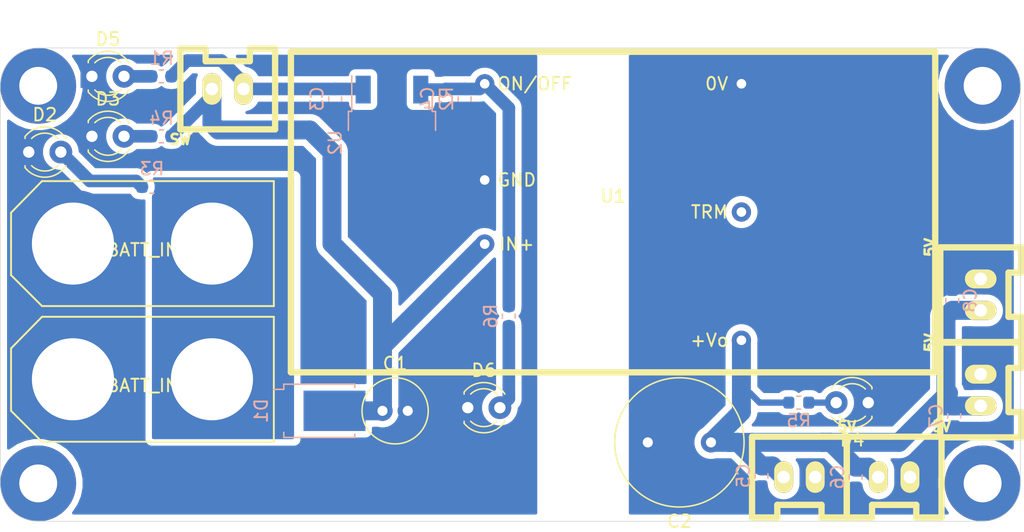
<source format=kicad_pcb>
(kicad_pcb (version 20171130) (host pcbnew "(5.1.2)-1")

  (general
    (thickness 1.6)
    (drawings 9)
    (tracks 68)
    (zones 0)
    (modules 29)
    (nets 14)
  )

  (page A4)
  (layers
    (0 F.Cu signal)
    (31 B.Cu signal)
    (32 B.Adhes user)
    (33 F.Adhes user)
    (34 B.Paste user)
    (35 F.Paste user)
    (36 B.SilkS user)
    (37 F.SilkS user)
    (38 B.Mask user)
    (39 F.Mask user)
    (40 Dwgs.User user)
    (41 Cmts.User user)
    (42 Eco1.User user)
    (43 Eco2.User user)
    (44 Edge.Cuts user)
    (45 Margin user)
    (46 B.CrtYd user)
    (47 F.CrtYd user)
    (48 B.Fab user)
    (49 F.Fab user)
  )

  (setup
    (last_trace_width 1.5)
    (user_trace_width 0.5)
    (user_trace_width 1)
    (user_trace_width 1.5)
    (trace_clearance 0.2)
    (zone_clearance 0.508)
    (zone_45_only no)
    (trace_min 0.2)
    (via_size 0.8)
    (via_drill 0.4)
    (via_min_size 0.4)
    (via_min_drill 0.3)
    (user_via 6 3)
    (uvia_size 0.3)
    (uvia_drill 0.1)
    (uvias_allowed no)
    (uvia_min_size 0.2)
    (uvia_min_drill 0.1)
    (edge_width 0.05)
    (segment_width 0.2)
    (pcb_text_width 0.3)
    (pcb_text_size 1.5 1.5)
    (mod_edge_width 0.12)
    (mod_text_size 1 1)
    (mod_text_width 0.15)
    (pad_size 1.524 1.524)
    (pad_drill 0.762)
    (pad_to_mask_clearance 0.051)
    (solder_mask_min_width 0.25)
    (aux_axis_origin 0 0)
    (visible_elements 7FFFFFFF)
    (pcbplotparams
      (layerselection 0x01000_fffffffe)
      (usegerberextensions false)
      (usegerberattributes false)
      (usegerberadvancedattributes false)
      (creategerberjobfile false)
      (excludeedgelayer true)
      (linewidth 0.100000)
      (plotframeref false)
      (viasonmask false)
      (mode 1)
      (useauxorigin false)
      (hpglpennumber 1)
      (hpglpenspeed 20)
      (hpglpendiameter 15.000000)
      (psnegative false)
      (psa4output false)
      (plotreference true)
      (plotvalue true)
      (plotinvisibletext false)
      (padsonsilk false)
      (subtractmaskfromsilk false)
      (outputformat 1)
      (mirror false)
      (drillshape 0)
      (scaleselection 1)
      (outputdirectory "C:/Users/81906/Desktop/Ki-CAD/JETSON_NANO_POWER/Jetson_Nano_Power/加工ファイル/"))
  )

  (net 0 "")
  (net 1 GNDPWR)
  (net 2 MAIN_OUT)
  (net 3 +5V)
  (net 4 GND)
  (net 5 +BATT)
  (net 6 "Net-(D2-Pad2)")
  (net 7 "Net-(D3-Pad2)")
  (net 8 "Net-(D4-Pad2)")
  (net 9 "Net-(U1-Pad4)")
  (net 10 batt+)
  (net 11 +5VP)
  (net 12 "Net-(D5-Pad2)")
  (net 13 "Net-(D6-Pad2)")

  (net_class Default "これはデフォルトのネット クラスです。"
    (clearance 0.2)
    (trace_width 0.25)
    (via_dia 0.8)
    (via_drill 0.4)
    (uvia_dia 0.3)
    (uvia_drill 0.1)
    (add_net +5V)
    (add_net +5VP)
    (add_net +BATT)
    (add_net GND)
    (add_net GNDPWR)
    (add_net MAIN_OUT)
    (add_net "Net-(D2-Pad2)")
    (add_net "Net-(D3-Pad2)")
    (add_net "Net-(D4-Pad2)")
    (add_net "Net-(D5-Pad2)")
    (add_net "Net-(D6-Pad2)")
    (add_net "Net-(U1-Pad4)")
    (add_net batt+)
  )

  (module Mizz_lib:XA_2P (layer F.Cu) (tedit 5CFF4DEE) (tstamp 5D051550)
    (at 65.75 29.75 180)
    (path /5D04F214)
    (fp_text reference P2 (at 1.25 -4.25) (layer F.SilkS) hide
      (effects (font (size 1 1) (thickness 0.15)))
    )
    (fp_text value SW (at 5 -4) (layer F.SilkS)
      (effects (font (size 0.8 0.8) (thickness 0.2)))
    )
    (fp_line (start 5 -3.2) (end -2.5 -3.2) (layer F.SilkS) (width 0.5))
    (fp_line (start 5 3.2) (end 5 -3.2) (layer F.SilkS) (width 0.5))
    (fp_line (start -2.5 -3.2) (end -2.5 3.2) (layer F.SilkS) (width 0.5))
    (fp_line (start 3 3.2) (end 5 3.2) (layer F.SilkS) (width 0.5))
    (fp_line (start 3 2.2) (end 3 3.2) (layer F.SilkS) (width 0.5))
    (fp_line (start -0.5 2.2) (end 3 2.2) (layer F.SilkS) (width 0.5))
    (fp_line (start -0.5 3.2) (end -0.5 2.2) (layer F.SilkS) (width 0.5))
    (fp_line (start -2.5 3.2) (end -0.5 3.2) (layer F.SilkS) (width 0.5))
    (pad 1 thru_hole oval (at 2.5 0 180) (size 1.5 2.5) (drill 1) (layers *.Cu *.Mask F.SilkS)
      (net 2 MAIN_OUT))
    (pad 2 thru_hole oval (at 0 0 180) (size 1.5 2.5) (drill 1) (layers *.Cu *.Mask F.SilkS)
      (net 10 batt+))
    (model C:/Users/81906/Documents/Ki-Cad_Lib/3Dmodel/B02B-XASK-1N/B02B-XASK-1N.STEP
      (offset (xyz 1.25 0 0))
      (scale (xyz 1 1 1))
      (rotate (xyz -90 0 0))
    )
  )

  (module Capacitor_SMD:C_0603_1608Metric (layer B.Cu) (tedit 5B301BBE) (tstamp 5D0751C5)
    (at 73 30.5375 270)
    (descr "Capacitor SMD 0603 (1608 Metric), square (rectangular) end terminal, IPC_7351 nominal, (Body size source: http://www.tortai-tech.com/upload/download/2011102023233369053.pdf), generated with kicad-footprint-generator")
    (tags capacitor)
    (path /5D091218)
    (attr smd)
    (fp_text reference C3 (at 0 1.43 90) (layer B.SilkS)
      (effects (font (size 1 1) (thickness 0.15)) (justify mirror))
    )
    (fp_text value 0.1u (at 0 -1.43 90) (layer B.Fab)
      (effects (font (size 1 1) (thickness 0.15)) (justify mirror))
    )
    (fp_line (start -0.8 -0.4) (end -0.8 0.4) (layer B.Fab) (width 0.1))
    (fp_line (start -0.8 0.4) (end 0.8 0.4) (layer B.Fab) (width 0.1))
    (fp_line (start 0.8 0.4) (end 0.8 -0.4) (layer B.Fab) (width 0.1))
    (fp_line (start 0.8 -0.4) (end -0.8 -0.4) (layer B.Fab) (width 0.1))
    (fp_line (start -0.162779 0.51) (end 0.162779 0.51) (layer B.SilkS) (width 0.12))
    (fp_line (start -0.162779 -0.51) (end 0.162779 -0.51) (layer B.SilkS) (width 0.12))
    (fp_line (start -1.48 -0.73) (end -1.48 0.73) (layer B.CrtYd) (width 0.05))
    (fp_line (start -1.48 0.73) (end 1.48 0.73) (layer B.CrtYd) (width 0.05))
    (fp_line (start 1.48 0.73) (end 1.48 -0.73) (layer B.CrtYd) (width 0.05))
    (fp_line (start 1.48 -0.73) (end -1.48 -0.73) (layer B.CrtYd) (width 0.05))
    (fp_text user %R (at 0 0 90) (layer B.Fab)
      (effects (font (size 0.4 0.4) (thickness 0.06)) (justify mirror))
    )
    (pad 1 smd roundrect (at -0.7875 0 270) (size 0.875 0.95) (layers B.Cu B.Paste B.Mask) (roundrect_rratio 0.25)
      (net 10 batt+))
    (pad 2 smd roundrect (at 0.7875 0 270) (size 0.875 0.95) (layers B.Cu B.Paste B.Mask) (roundrect_rratio 0.25)
      (net 1 GNDPWR))
    (model ${KISYS3DMOD}/Capacitor_SMD.3dshapes/C_0603_1608Metric.wrl
      (at (xyz 0 0 0))
      (scale (xyz 1 1 1))
      (rotate (xyz 0 0 0))
    )
  )

  (module Capacitor_SMD:C_0603_1608Metric (layer B.Cu) (tedit 5B301BBE) (tstamp 5D0751D6)
    (at 81.75 30.5375 270)
    (descr "Capacitor SMD 0603 (1608 Metric), square (rectangular) end terminal, IPC_7351 nominal, (Body size source: http://www.tortai-tech.com/upload/download/2011102023233369053.pdf), generated with kicad-footprint-generator")
    (tags capacitor)
    (path /5D0915D9)
    (attr smd)
    (fp_text reference C4 (at 0 1.43 90) (layer B.SilkS)
      (effects (font (size 1 1) (thickness 0.15)) (justify mirror))
    )
    (fp_text value 0.1u (at 0 -1.43 90) (layer B.Fab)
      (effects (font (size 1 1) (thickness 0.15)) (justify mirror))
    )
    (fp_text user %R (at 0 0 90) (layer B.Fab)
      (effects (font (size 0.4 0.4) (thickness 0.06)) (justify mirror))
    )
    (fp_line (start 1.48 -0.73) (end -1.48 -0.73) (layer B.CrtYd) (width 0.05))
    (fp_line (start 1.48 0.73) (end 1.48 -0.73) (layer B.CrtYd) (width 0.05))
    (fp_line (start -1.48 0.73) (end 1.48 0.73) (layer B.CrtYd) (width 0.05))
    (fp_line (start -1.48 -0.73) (end -1.48 0.73) (layer B.CrtYd) (width 0.05))
    (fp_line (start -0.162779 -0.51) (end 0.162779 -0.51) (layer B.SilkS) (width 0.12))
    (fp_line (start -0.162779 0.51) (end 0.162779 0.51) (layer B.SilkS) (width 0.12))
    (fp_line (start 0.8 -0.4) (end -0.8 -0.4) (layer B.Fab) (width 0.1))
    (fp_line (start 0.8 0.4) (end 0.8 -0.4) (layer B.Fab) (width 0.1))
    (fp_line (start -0.8 0.4) (end 0.8 0.4) (layer B.Fab) (width 0.1))
    (fp_line (start -0.8 -0.4) (end -0.8 0.4) (layer B.Fab) (width 0.1))
    (pad 2 smd roundrect (at 0.7875 0 270) (size 0.875 0.95) (layers B.Cu B.Paste B.Mask) (roundrect_rratio 0.25)
      (net 1 GNDPWR))
    (pad 1 smd roundrect (at -0.7875 0 270) (size 0.875 0.95) (layers B.Cu B.Paste B.Mask) (roundrect_rratio 0.25)
      (net 11 +5VP))
    (model ${KISYS3DMOD}/Capacitor_SMD.3dshapes/C_0603_1608Metric.wrl
      (at (xyz 0 0 0))
      (scale (xyz 1 1 1))
      (rotate (xyz 0 0 0))
    )
  )

  (module LED_THT:LED_D3.0mm (layer F.Cu) (tedit 587A3A7B) (tstamp 5D0751E9)
    (at 53.75 28.75)
    (descr "LED, diameter 3.0mm, 2 pins")
    (tags "LED diameter 3.0mm 2 pins")
    (path /5D09D25B)
    (fp_text reference D5 (at 1.27 -2.96) (layer F.SilkS)
      (effects (font (size 1 1) (thickness 0.15)))
    )
    (fp_text value LED (at 1.27 2.96) (layer F.Fab)
      (effects (font (size 1 1) (thickness 0.15)))
    )
    (fp_arc (start 1.27 0) (end -0.23 -1.16619) (angle 284.3) (layer F.Fab) (width 0.1))
    (fp_arc (start 1.27 0) (end -0.29 -1.235516) (angle 108.8) (layer F.SilkS) (width 0.12))
    (fp_arc (start 1.27 0) (end -0.29 1.235516) (angle -108.8) (layer F.SilkS) (width 0.12))
    (fp_arc (start 1.27 0) (end 0.229039 -1.08) (angle 87.9) (layer F.SilkS) (width 0.12))
    (fp_arc (start 1.27 0) (end 0.229039 1.08) (angle -87.9) (layer F.SilkS) (width 0.12))
    (fp_circle (center 1.27 0) (end 2.77 0) (layer F.Fab) (width 0.1))
    (fp_line (start -0.23 -1.16619) (end -0.23 1.16619) (layer F.Fab) (width 0.1))
    (fp_line (start -0.29 -1.236) (end -0.29 -1.08) (layer F.SilkS) (width 0.12))
    (fp_line (start -0.29 1.08) (end -0.29 1.236) (layer F.SilkS) (width 0.12))
    (fp_line (start -1.15 -2.25) (end -1.15 2.25) (layer F.CrtYd) (width 0.05))
    (fp_line (start -1.15 2.25) (end 3.7 2.25) (layer F.CrtYd) (width 0.05))
    (fp_line (start 3.7 2.25) (end 3.7 -2.25) (layer F.CrtYd) (width 0.05))
    (fp_line (start 3.7 -2.25) (end -1.15 -2.25) (layer F.CrtYd) (width 0.05))
    (pad 1 thru_hole rect (at 0 0) (size 1.8 1.8) (drill 0.9) (layers *.Cu *.Mask)
      (net 1 GNDPWR))
    (pad 2 thru_hole circle (at 2.54 0) (size 1.8 1.8) (drill 0.9) (layers *.Cu *.Mask)
      (net 12 "Net-(D5-Pad2)"))
    (model ${KISYS3DMOD}/LED_THT.3dshapes/LED_D3.0mm.wrl
      (at (xyz 0 0 0))
      (scale (xyz 1 1 1))
      (rotate (xyz 0 0 0))
    )
  )

  (module Resistor_SMD:R_0603_1608Metric (layer B.Cu) (tedit 5B301BBD) (tstamp 5D07520D)
    (at 59.25 28.75 180)
    (descr "Resistor SMD 0603 (1608 Metric), square (rectangular) end terminal, IPC_7351 nominal, (Body size source: http://www.tortai-tech.com/upload/download/2011102023233369053.pdf), generated with kicad-footprint-generator")
    (tags resistor)
    (path /5D09C41F)
    (attr smd)
    (fp_text reference R1 (at 0 1.43) (layer B.SilkS)
      (effects (font (size 1 1) (thickness 0.15)) (justify mirror))
    )
    (fp_text value 4.7k (at 0 -1.43) (layer B.Fab)
      (effects (font (size 1 1) (thickness 0.15)) (justify mirror))
    )
    (fp_line (start -0.8 -0.4) (end -0.8 0.4) (layer B.Fab) (width 0.1))
    (fp_line (start -0.8 0.4) (end 0.8 0.4) (layer B.Fab) (width 0.1))
    (fp_line (start 0.8 0.4) (end 0.8 -0.4) (layer B.Fab) (width 0.1))
    (fp_line (start 0.8 -0.4) (end -0.8 -0.4) (layer B.Fab) (width 0.1))
    (fp_line (start -0.162779 0.51) (end 0.162779 0.51) (layer B.SilkS) (width 0.12))
    (fp_line (start -0.162779 -0.51) (end 0.162779 -0.51) (layer B.SilkS) (width 0.12))
    (fp_line (start -1.48 -0.73) (end -1.48 0.73) (layer B.CrtYd) (width 0.05))
    (fp_line (start -1.48 0.73) (end 1.48 0.73) (layer B.CrtYd) (width 0.05))
    (fp_line (start 1.48 0.73) (end 1.48 -0.73) (layer B.CrtYd) (width 0.05))
    (fp_line (start 1.48 -0.73) (end -1.48 -0.73) (layer B.CrtYd) (width 0.05))
    (fp_text user %R (at 0 0) (layer B.Fab)
      (effects (font (size 0.4 0.4) (thickness 0.06)) (justify mirror))
    )
    (pad 1 smd roundrect (at -0.7875 0 180) (size 0.875 0.95) (layers B.Cu B.Paste B.Mask) (roundrect_rratio 0.25)
      (net 10 batt+))
    (pad 2 smd roundrect (at 0.7875 0 180) (size 0.875 0.95) (layers B.Cu B.Paste B.Mask) (roundrect_rratio 0.25)
      (net 12 "Net-(D5-Pad2)"))
    (model ${KISYS3DMOD}/Resistor_SMD.3dshapes/R_0603_1608Metric.wrl
      (at (xyz 0 0 0))
      (scale (xyz 1 1 1))
      (rotate (xyz 0 0 0))
    )
  )

  (module Resistor_SMD:R_0603_1608Metric (layer B.Cu) (tedit 5B301BBD) (tstamp 5D07521E)
    (at 83.25 30.5375 270)
    (descr "Resistor SMD 0603 (1608 Metric), square (rectangular) end terminal, IPC_7351 nominal, (Body size source: http://www.tortai-tech.com/upload/download/2011102023233369053.pdf), generated with kicad-footprint-generator")
    (tags resistor)
    (path /5D09C61B)
    (attr smd)
    (fp_text reference R2 (at 0 1.43 90) (layer B.SilkS)
      (effects (font (size 1 1) (thickness 0.15)) (justify mirror))
    )
    (fp_text value 10k (at 0 -1.43 90) (layer B.Fab)
      (effects (font (size 1 1) (thickness 0.15)) (justify mirror))
    )
    (fp_text user %R (at 0 0 90) (layer B.Fab)
      (effects (font (size 0.4 0.4) (thickness 0.06)) (justify mirror))
    )
    (fp_line (start 1.48 -0.73) (end -1.48 -0.73) (layer B.CrtYd) (width 0.05))
    (fp_line (start 1.48 0.73) (end 1.48 -0.73) (layer B.CrtYd) (width 0.05))
    (fp_line (start -1.48 0.73) (end 1.48 0.73) (layer B.CrtYd) (width 0.05))
    (fp_line (start -1.48 -0.73) (end -1.48 0.73) (layer B.CrtYd) (width 0.05))
    (fp_line (start -0.162779 -0.51) (end 0.162779 -0.51) (layer B.SilkS) (width 0.12))
    (fp_line (start -0.162779 0.51) (end 0.162779 0.51) (layer B.SilkS) (width 0.12))
    (fp_line (start 0.8 -0.4) (end -0.8 -0.4) (layer B.Fab) (width 0.1))
    (fp_line (start 0.8 0.4) (end 0.8 -0.4) (layer B.Fab) (width 0.1))
    (fp_line (start -0.8 0.4) (end 0.8 0.4) (layer B.Fab) (width 0.1))
    (fp_line (start -0.8 -0.4) (end -0.8 0.4) (layer B.Fab) (width 0.1))
    (pad 2 smd roundrect (at 0.7875 0 270) (size 0.875 0.95) (layers B.Cu B.Paste B.Mask) (roundrect_rratio 0.25)
      (net 1 GNDPWR))
    (pad 1 smd roundrect (at -0.7875 0 270) (size 0.875 0.95) (layers B.Cu B.Paste B.Mask) (roundrect_rratio 0.25)
      (net 11 +5VP))
    (model ${KISYS3DMOD}/Resistor_SMD.3dshapes/R_0603_1608Metric.wrl
      (at (xyz 0 0 0))
      (scale (xyz 1 1 1))
      (rotate (xyz 0 0 0))
    )
  )

  (module LED_THT:LED_D3.0mm (layer F.Cu) (tedit 587A3A7B) (tstamp 5D0751FC)
    (at 83.5 55)
    (descr "LED, diameter 3.0mm, 2 pins")
    (tags "LED diameter 3.0mm 2 pins")
    (path /5D09E31C)
    (fp_text reference D6 (at 1.27 -2.96) (layer F.SilkS)
      (effects (font (size 1 1) (thickness 0.15)))
    )
    (fp_text value LED (at 1.27 2.96) (layer F.Fab)
      (effects (font (size 1 1) (thickness 0.15)))
    )
    (fp_line (start 3.7 -2.25) (end -1.15 -2.25) (layer F.CrtYd) (width 0.05))
    (fp_line (start 3.7 2.25) (end 3.7 -2.25) (layer F.CrtYd) (width 0.05))
    (fp_line (start -1.15 2.25) (end 3.7 2.25) (layer F.CrtYd) (width 0.05))
    (fp_line (start -1.15 -2.25) (end -1.15 2.25) (layer F.CrtYd) (width 0.05))
    (fp_line (start -0.29 1.08) (end -0.29 1.236) (layer F.SilkS) (width 0.12))
    (fp_line (start -0.29 -1.236) (end -0.29 -1.08) (layer F.SilkS) (width 0.12))
    (fp_line (start -0.23 -1.16619) (end -0.23 1.16619) (layer F.Fab) (width 0.1))
    (fp_circle (center 1.27 0) (end 2.77 0) (layer F.Fab) (width 0.1))
    (fp_arc (start 1.27 0) (end 0.229039 1.08) (angle -87.9) (layer F.SilkS) (width 0.12))
    (fp_arc (start 1.27 0) (end 0.229039 -1.08) (angle 87.9) (layer F.SilkS) (width 0.12))
    (fp_arc (start 1.27 0) (end -0.29 1.235516) (angle -108.8) (layer F.SilkS) (width 0.12))
    (fp_arc (start 1.27 0) (end -0.29 -1.235516) (angle 108.8) (layer F.SilkS) (width 0.12))
    (fp_arc (start 1.27 0) (end -0.23 -1.16619) (angle 284.3) (layer F.Fab) (width 0.1))
    (pad 2 thru_hole circle (at 2.54 0) (size 1.8 1.8) (drill 0.9) (layers *.Cu *.Mask)
      (net 13 "Net-(D6-Pad2)"))
    (pad 1 thru_hole rect (at 0 0) (size 1.8 1.8) (drill 0.9) (layers *.Cu *.Mask)
      (net 1 GNDPWR))
    (model ${KISYS3DMOD}/LED_THT.3dshapes/LED_D3.0mm.wrl
      (at (xyz 0 0 0))
      (scale (xyz 1 1 1))
      (rotate (xyz 0 0 0))
    )
  )

  (module Resistor_SMD:R_0603_1608Metric (layer B.Cu) (tedit 5B301BBD) (tstamp 5D07522F)
    (at 86.75 47.75 270)
    (descr "Resistor SMD 0603 (1608 Metric), square (rectangular) end terminal, IPC_7351 nominal, (Body size source: http://www.tortai-tech.com/upload/download/2011102023233369053.pdf), generated with kicad-footprint-generator")
    (tags resistor)
    (path /5D09DEDA)
    (attr smd)
    (fp_text reference R6 (at 0 1.43 90) (layer B.SilkS)
      (effects (font (size 1 1) (thickness 0.15)) (justify mirror))
    )
    (fp_text value 510 (at 0 -1.43 90) (layer B.Fab)
      (effects (font (size 1 1) (thickness 0.15)) (justify mirror))
    )
    (fp_line (start -0.8 -0.4) (end -0.8 0.4) (layer B.Fab) (width 0.1))
    (fp_line (start -0.8 0.4) (end 0.8 0.4) (layer B.Fab) (width 0.1))
    (fp_line (start 0.8 0.4) (end 0.8 -0.4) (layer B.Fab) (width 0.1))
    (fp_line (start 0.8 -0.4) (end -0.8 -0.4) (layer B.Fab) (width 0.1))
    (fp_line (start -0.162779 0.51) (end 0.162779 0.51) (layer B.SilkS) (width 0.12))
    (fp_line (start -0.162779 -0.51) (end 0.162779 -0.51) (layer B.SilkS) (width 0.12))
    (fp_line (start -1.48 -0.73) (end -1.48 0.73) (layer B.CrtYd) (width 0.05))
    (fp_line (start -1.48 0.73) (end 1.48 0.73) (layer B.CrtYd) (width 0.05))
    (fp_line (start 1.48 0.73) (end 1.48 -0.73) (layer B.CrtYd) (width 0.05))
    (fp_line (start 1.48 -0.73) (end -1.48 -0.73) (layer B.CrtYd) (width 0.05))
    (fp_text user %R (at 0 0 90) (layer B.Fab)
      (effects (font (size 0.4 0.4) (thickness 0.06)) (justify mirror))
    )
    (pad 1 smd roundrect (at -0.7875 0 270) (size 0.875 0.95) (layers B.Cu B.Paste B.Mask) (roundrect_rratio 0.25)
      (net 11 +5VP))
    (pad 2 smd roundrect (at 0.7875 0 270) (size 0.875 0.95) (layers B.Cu B.Paste B.Mask) (roundrect_rratio 0.25)
      (net 13 "Net-(D6-Pad2)"))
    (model ${KISYS3DMOD}/Resistor_SMD.3dshapes/R_0603_1608Metric.wrl
      (at (xyz 0 0 0))
      (scale (xyz 1 1 1))
      (rotate (xyz 0 0 0))
    )
  )

  (module Package_TO_SOT_SMD:TO-252-2 (layer B.Cu) (tedit 5A70A390) (tstamp 5D075253)
    (at 77.5 34 270)
    (descr "TO-252 / DPAK SMD package, http://www.infineon.com/cms/en/product/packages/PG-TO252/PG-TO252-3-1/")
    (tags "DPAK TO-252 DPAK-3 TO-252-3 SOT-428")
    (path /5D090C6A)
    (attr smd)
    (fp_text reference U2 (at 0 4.5 90) (layer B.SilkS)
      (effects (font (size 1 1) (thickness 0.15)) (justify mirror))
    )
    (fp_text value BA17805FP (at 0 -4.5 90) (layer B.Fab)
      (effects (font (size 1 1) (thickness 0.15)) (justify mirror))
    )
    (fp_line (start 3.95 2.7) (end 4.95 2.7) (layer B.Fab) (width 0.1))
    (fp_line (start 4.95 2.7) (end 4.95 -2.7) (layer B.Fab) (width 0.1))
    (fp_line (start 4.95 -2.7) (end 3.95 -2.7) (layer B.Fab) (width 0.1))
    (fp_line (start 3.95 3.25) (end 3.95 -3.25) (layer B.Fab) (width 0.1))
    (fp_line (start 3.95 -3.25) (end -2.27 -3.25) (layer B.Fab) (width 0.1))
    (fp_line (start -2.27 -3.25) (end -2.27 2.25) (layer B.Fab) (width 0.1))
    (fp_line (start -2.27 2.25) (end -1.27 3.25) (layer B.Fab) (width 0.1))
    (fp_line (start -1.27 3.25) (end 3.95 3.25) (layer B.Fab) (width 0.1))
    (fp_line (start -1.865 2.655) (end -4.97 2.655) (layer B.Fab) (width 0.1))
    (fp_line (start -4.97 2.655) (end -4.97 1.905) (layer B.Fab) (width 0.1))
    (fp_line (start -4.97 1.905) (end -2.27 1.905) (layer B.Fab) (width 0.1))
    (fp_line (start -2.27 -1.905) (end -4.97 -1.905) (layer B.Fab) (width 0.1))
    (fp_line (start -4.97 -1.905) (end -4.97 -2.655) (layer B.Fab) (width 0.1))
    (fp_line (start -4.97 -2.655) (end -2.27 -2.655) (layer B.Fab) (width 0.1))
    (fp_line (start -0.97 3.45) (end -2.47 3.45) (layer B.SilkS) (width 0.12))
    (fp_line (start -2.47 3.45) (end -2.47 3.18) (layer B.SilkS) (width 0.12))
    (fp_line (start -2.47 3.18) (end -5.3 3.18) (layer B.SilkS) (width 0.12))
    (fp_line (start -0.97 -3.45) (end -2.47 -3.45) (layer B.SilkS) (width 0.12))
    (fp_line (start -2.47 -3.45) (end -2.47 -3.18) (layer B.SilkS) (width 0.12))
    (fp_line (start -2.47 -3.18) (end -3.57 -3.18) (layer B.SilkS) (width 0.12))
    (fp_line (start -5.55 3.5) (end -5.55 -3.5) (layer B.CrtYd) (width 0.05))
    (fp_line (start -5.55 -3.5) (end 5.55 -3.5) (layer B.CrtYd) (width 0.05))
    (fp_line (start 5.55 -3.5) (end 5.55 3.5) (layer B.CrtYd) (width 0.05))
    (fp_line (start 5.55 3.5) (end -5.55 3.5) (layer B.CrtYd) (width 0.05))
    (fp_text user %R (at 0 0 90) (layer B.Fab)
      (effects (font (size 1 1) (thickness 0.15)) (justify mirror))
    )
    (pad 1 smd rect (at -4.2 2.28 270) (size 2.2 1.2) (layers B.Cu B.Paste B.Mask)
      (net 10 batt+))
    (pad 3 smd rect (at -4.2 -2.28 270) (size 2.2 1.2) (layers B.Cu B.Paste B.Mask)
      (net 11 +5VP))
    (pad 2 smd rect (at 2.1 0 270) (size 6.4 5.8) (layers B.Cu B.Mask)
      (net 1 GNDPWR))
    (pad "" smd rect (at 3.775 -1.525 270) (size 3.05 2.75) (layers B.Paste))
    (pad "" smd rect (at 0.425 1.525 270) (size 3.05 2.75) (layers B.Paste))
    (pad "" smd rect (at 3.775 1.525 270) (size 3.05 2.75) (layers B.Paste))
    (pad "" smd rect (at 0.425 -1.525 270) (size 3.05 2.75) (layers B.Paste))
    (model ${KISYS3DMOD}/Package_TO_SOT_SMD.3dshapes/TO-252-2.wrl
      (at (xyz 0 0 0))
      (scale (xyz 1 1 1))
      (rotate (xyz 0 0 0))
    )
  )

  (module Capacitor_THT:C_Radial_D10.0mm_H16.0mm_P5.00mm (layer F.Cu) (tedit 5BC5C9BA) (tstamp 5D0514D5)
    (at 102.75 57.75 180)
    (descr "C, Radial series, Radial, pin pitch=5.00mm, diameter=10mm, height=16mm, Non-Polar Electrolytic Capacitor")
    (tags "C Radial series Radial pin pitch 5.00mm diameter 10mm height 16mm Non-Polar Electrolytic Capacitor")
    (path /5D053E3E)
    (fp_text reference C2 (at 2.5 -6.25) (layer F.SilkS)
      (effects (font (size 1 1) (thickness 0.15)))
    )
    (fp_text value 470u (at 2.5 6.25) (layer F.Fab)
      (effects (font (size 1 1) (thickness 0.15)))
    )
    (fp_circle (center 2.5 0) (end 7.5 0) (layer F.Fab) (width 0.1))
    (fp_circle (center 2.5 0) (end 7.62 0) (layer F.SilkS) (width 0.12))
    (fp_circle (center 2.5 0) (end 7.75 0) (layer F.CrtYd) (width 0.05))
    (fp_text user %R (at 2.5 0) (layer F.Fab)
      (effects (font (size 1 1) (thickness 0.15)))
    )
    (pad 1 thru_hole circle (at 0 0 180) (size 1.6 1.6) (drill 0.8) (layers *.Cu *.Mask)
      (net 3 +5V))
    (pad 2 thru_hole circle (at 5 0 180) (size 1.6 1.6) (drill 0.8) (layers *.Cu *.Mask)
      (net 4 GND))
    (model ${KISYS3DMOD}/Capacitor_THT.3dshapes/C_Radial_D10.0mm_H16.0mm_P5.00mm.wrl
      (at (xyz 0 0 0))
      (scale (xyz 1 1 1))
      (rotate (xyz 0 0 0))
    )
  )

  (module Package_TO_SOT_SMD:TO-277B (layer B.Cu) (tedit 5A747234) (tstamp 5D0514FB)
    (at 71.75 55.25 270)
    (descr "TO-227B https://media.digikey.com/pdf/Data%20Sheets/Littelfuse%20PDFs/DST2050S.pdf")
    (tags TO-277B)
    (path /5D05042A)
    (attr smd)
    (fp_text reference D1 (at 0 4.6 90) (layer B.SilkS)
      (effects (font (size 1 1) (thickness 0.15)) (justify mirror))
    )
    (fp_text value SBRDIODE (at 0 -4.7 90) (layer B.Fab)
      (effects (font (size 1 1) (thickness 0.15)) (justify mirror))
    )
    (fp_text user %R (at 0 0 270) (layer B.Fab)
      (effects (font (size 0.9 0.9) (thickness 0.15)) (justify mirror))
    )
    (fp_line (start 2.11 2.81) (end 1.7 2.81) (layer B.SilkS) (width 0.12))
    (fp_line (start -1.7 2.81) (end -2.11 2.81) (layer B.SilkS) (width 0.12))
    (fp_line (start -2.11 2.81) (end -2.11 -2.81) (layer B.SilkS) (width 0.12))
    (fp_line (start 2.11 -2.81) (end 2.11 2.81) (layer B.SilkS) (width 0.12))
    (fp_line (start 1.99 -2.69) (end 1.99 2.69) (layer B.Fab) (width 0.1))
    (fp_line (start 1.99 2.69) (end -1 2.69) (layer B.Fab) (width 0.1))
    (fp_line (start -1.99 1.69) (end -1.99 -2.69) (layer B.Fab) (width 0.1))
    (fp_line (start -1.99 -2.69) (end 1.99 -2.69) (layer B.Fab) (width 0.1))
    (fp_line (start 1.85 -3.9) (end -1.85 -3.9) (layer B.CrtYd) (width 0.05))
    (fp_line (start 2.24 -2.94) (end 2.24 2.94) (layer B.CrtYd) (width 0.05))
    (fp_line (start -2.24 2.94) (end -2.24 -2.94) (layer B.CrtYd) (width 0.05))
    (fp_line (start -1.7 3.9) (end 1.7 3.9) (layer B.CrtYd) (width 0.05))
    (fp_line (start -1.7 2.81) (end -1.7 3.6) (layer B.SilkS) (width 0.12))
    (fp_line (start 2.11 -2.81) (end 1.85 -2.81) (layer B.SilkS) (width 0.12))
    (fp_line (start -1.85 -2.81) (end -2.11 -2.81) (layer B.SilkS) (width 0.12))
    (fp_line (start -1.99 1.69) (end -0.99 2.69) (layer B.Fab) (width 0.1))
    (fp_line (start -2.24 2.94) (end -1.7 2.94) (layer B.CrtYd) (width 0.05))
    (fp_line (start -1.7 2.94) (end -1.7 3.9) (layer B.CrtYd) (width 0.05))
    (fp_line (start 1.7 2.94) (end 1.7 3.9) (layer B.CrtYd) (width 0.05))
    (fp_line (start 1.7 2.94) (end 2.24 2.94) (layer B.CrtYd) (width 0.05))
    (fp_line (start -2.24 -2.94) (end -1.85 -2.94) (layer B.CrtYd) (width 0.05))
    (fp_line (start -1.85 -3.9) (end -1.85 -2.94) (layer B.CrtYd) (width 0.05))
    (fp_line (start 1.85 -3.9) (end 1.85 -2.94) (layer B.CrtYd) (width 0.05))
    (fp_line (start 1.85 -2.94) (end 2.24 -2.94) (layer B.CrtYd) (width 0.05))
    (pad 1 smd rect (at -0.97 3.15 270) (size 0.95 1) (layers B.Cu B.Paste B.Mask)
      (net 5 +BATT))
    (pad 3 smd rect (at 0 -1.2 270) (size 3.2 4.9) (layers B.Cu B.Mask)
      (net 2 MAIN_OUT))
    (pad 2 smd rect (at 0.97 3.15 270) (size 0.95 1) (layers B.Cu B.Paste B.Mask)
      (net 5 +BATT))
    (pad "" smd rect (at -0.9 0.6 270) (size 1.3 1.2) (layers B.Paste))
    (pad "" smd rect (at -0.9 -1.2 270) (size 1.3 1.2) (layers B.Paste))
    (pad "" smd rect (at 0.9 0.6 270) (size 1.3 1.2) (layers B.Paste))
    (pad "" smd rect (at 0.9 -1.2 270) (size 1.3 1.2) (layers B.Paste))
    (pad "" smd rect (at -0.9 -3 270) (size 1.3 1.2) (layers B.Paste))
    (pad "" smd rect (at 0.9 -3 270) (size 1.3 1.2) (layers B.Paste))
    (model ${KISYS3DMOD}/Package_TO_SOT_SMD.3dshapes/TO-277B.wrl
      (at (xyz 0 0 0))
      (scale (xyz 1 1 1))
      (rotate (xyz 0 0 0))
    )
  )

  (module LED_THT:LED_D3.0mm (layer F.Cu) (tedit 587A3A7B) (tstamp 5D05150E)
    (at 48.75 34.75)
    (descr "LED, diameter 3.0mm, 2 pins")
    (tags "LED diameter 3.0mm 2 pins")
    (path /5D055FA7)
    (fp_text reference D2 (at 1.27 -2.96) (layer F.SilkS)
      (effects (font (size 1 1) (thickness 0.15)))
    )
    (fp_text value LED (at 1.27 2.96) (layer F.Fab)
      (effects (font (size 1 1) (thickness 0.15)))
    )
    (fp_arc (start 1.27 0) (end -0.23 -1.16619) (angle 284.3) (layer F.Fab) (width 0.1))
    (fp_arc (start 1.27 0) (end -0.29 -1.235516) (angle 108.8) (layer F.SilkS) (width 0.12))
    (fp_arc (start 1.27 0) (end -0.29 1.235516) (angle -108.8) (layer F.SilkS) (width 0.12))
    (fp_arc (start 1.27 0) (end 0.229039 -1.08) (angle 87.9) (layer F.SilkS) (width 0.12))
    (fp_arc (start 1.27 0) (end 0.229039 1.08) (angle -87.9) (layer F.SilkS) (width 0.12))
    (fp_circle (center 1.27 0) (end 2.77 0) (layer F.Fab) (width 0.1))
    (fp_line (start -0.23 -1.16619) (end -0.23 1.16619) (layer F.Fab) (width 0.1))
    (fp_line (start -0.29 -1.236) (end -0.29 -1.08) (layer F.SilkS) (width 0.12))
    (fp_line (start -0.29 1.08) (end -0.29 1.236) (layer F.SilkS) (width 0.12))
    (fp_line (start -1.15 -2.25) (end -1.15 2.25) (layer F.CrtYd) (width 0.05))
    (fp_line (start -1.15 2.25) (end 3.7 2.25) (layer F.CrtYd) (width 0.05))
    (fp_line (start 3.7 2.25) (end 3.7 -2.25) (layer F.CrtYd) (width 0.05))
    (fp_line (start 3.7 -2.25) (end -1.15 -2.25) (layer F.CrtYd) (width 0.05))
    (pad 1 thru_hole rect (at 0 0) (size 1.8 1.8) (drill 0.9) (layers *.Cu *.Mask)
      (net 1 GNDPWR))
    (pad 2 thru_hole circle (at 2.54 0) (size 1.8 1.8) (drill 0.9) (layers *.Cu *.Mask)
      (net 6 "Net-(D2-Pad2)"))
    (model ${KISYS3DMOD}/LED_THT.3dshapes/LED_D3.0mm.wrl
      (at (xyz 0 0 0))
      (scale (xyz 1 1 1))
      (rotate (xyz 0 0 0))
    )
  )

  (module LED_THT:LED_D3.0mm (layer F.Cu) (tedit 587A3A7B) (tstamp 5D051521)
    (at 53.75 33.5)
    (descr "LED, diameter 3.0mm, 2 pins")
    (tags "LED diameter 3.0mm 2 pins")
    (path /5D056F3E)
    (fp_text reference D3 (at 1.27 -2.96) (layer F.SilkS)
      (effects (font (size 1 1) (thickness 0.15)))
    )
    (fp_text value LED (at 1.27 2.96) (layer F.Fab)
      (effects (font (size 1 1) (thickness 0.15)))
    )
    (fp_line (start 3.7 -2.25) (end -1.15 -2.25) (layer F.CrtYd) (width 0.05))
    (fp_line (start 3.7 2.25) (end 3.7 -2.25) (layer F.CrtYd) (width 0.05))
    (fp_line (start -1.15 2.25) (end 3.7 2.25) (layer F.CrtYd) (width 0.05))
    (fp_line (start -1.15 -2.25) (end -1.15 2.25) (layer F.CrtYd) (width 0.05))
    (fp_line (start -0.29 1.08) (end -0.29 1.236) (layer F.SilkS) (width 0.12))
    (fp_line (start -0.29 -1.236) (end -0.29 -1.08) (layer F.SilkS) (width 0.12))
    (fp_line (start -0.23 -1.16619) (end -0.23 1.16619) (layer F.Fab) (width 0.1))
    (fp_circle (center 1.27 0) (end 2.77 0) (layer F.Fab) (width 0.1))
    (fp_arc (start 1.27 0) (end 0.229039 1.08) (angle -87.9) (layer F.SilkS) (width 0.12))
    (fp_arc (start 1.27 0) (end 0.229039 -1.08) (angle 87.9) (layer F.SilkS) (width 0.12))
    (fp_arc (start 1.27 0) (end -0.29 1.235516) (angle -108.8) (layer F.SilkS) (width 0.12))
    (fp_arc (start 1.27 0) (end -0.29 -1.235516) (angle 108.8) (layer F.SilkS) (width 0.12))
    (fp_arc (start 1.27 0) (end -0.23 -1.16619) (angle 284.3) (layer F.Fab) (width 0.1))
    (pad 2 thru_hole circle (at 2.54 0) (size 1.8 1.8) (drill 0.9) (layers *.Cu *.Mask)
      (net 7 "Net-(D3-Pad2)"))
    (pad 1 thru_hole rect (at 0 0) (size 1.8 1.8) (drill 0.9) (layers *.Cu *.Mask)
      (net 1 GNDPWR))
    (model ${KISYS3DMOD}/LED_THT.3dshapes/LED_D3.0mm.wrl
      (at (xyz 0 0 0))
      (scale (xyz 1 1 1))
      (rotate (xyz 0 0 0))
    )
  )

  (module LED_THT:LED_D3.0mm (layer F.Cu) (tedit 587A3A7B) (tstamp 5D051534)
    (at 115.2 54.6 180)
    (descr "LED, diameter 3.0mm, 2 pins")
    (tags "LED diameter 3.0mm 2 pins")
    (path /5D058294)
    (fp_text reference D4 (at 1.27 -2.96) (layer F.SilkS)
      (effects (font (size 1 1) (thickness 0.15)))
    )
    (fp_text value LED (at 1.27 2.96) (layer F.Fab)
      (effects (font (size 1 1) (thickness 0.15)))
    )
    (fp_arc (start 1.27 0) (end -0.23 -1.16619) (angle 284.3) (layer F.Fab) (width 0.1))
    (fp_arc (start 1.27 0) (end -0.29 -1.235516) (angle 108.8) (layer F.SilkS) (width 0.12))
    (fp_arc (start 1.27 0) (end -0.29 1.235516) (angle -108.8) (layer F.SilkS) (width 0.12))
    (fp_arc (start 1.27 0) (end 0.229039 -1.08) (angle 87.9) (layer F.SilkS) (width 0.12))
    (fp_arc (start 1.27 0) (end 0.229039 1.08) (angle -87.9) (layer F.SilkS) (width 0.12))
    (fp_circle (center 1.27 0) (end 2.77 0) (layer F.Fab) (width 0.1))
    (fp_line (start -0.23 -1.16619) (end -0.23 1.16619) (layer F.Fab) (width 0.1))
    (fp_line (start -0.29 -1.236) (end -0.29 -1.08) (layer F.SilkS) (width 0.12))
    (fp_line (start -0.29 1.08) (end -0.29 1.236) (layer F.SilkS) (width 0.12))
    (fp_line (start -1.15 -2.25) (end -1.15 2.25) (layer F.CrtYd) (width 0.05))
    (fp_line (start -1.15 2.25) (end 3.7 2.25) (layer F.CrtYd) (width 0.05))
    (fp_line (start 3.7 2.25) (end 3.7 -2.25) (layer F.CrtYd) (width 0.05))
    (fp_line (start 3.7 -2.25) (end -1.15 -2.25) (layer F.CrtYd) (width 0.05))
    (pad 1 thru_hole rect (at 0 0 180) (size 1.8 1.8) (drill 0.9) (layers *.Cu *.Mask)
      (net 4 GND))
    (pad 2 thru_hole circle (at 2.54 0 180) (size 1.8 1.8) (drill 0.9) (layers *.Cu *.Mask)
      (net 8 "Net-(D4-Pad2)"))
    (model ${KISYS3DMOD}/LED_THT.3dshapes/LED_D3.0mm.wrl
      (at (xyz 0 0 0))
      (scale (xyz 1 1 1))
      (rotate (xyz 0 0 0))
    )
  )

  (module Mizz_lib:XA_2P (layer F.Cu) (tedit 5CFF4DEE) (tstamp 5D051542)
    (at 108.5 60.5)
    (path /5D059DF5)
    (fp_text reference P1 (at 1.25 -4.25) (layer F.SilkS) hide
      (effects (font (size 1 1) (thickness 0.15)))
    )
    (fp_text value 5V (at 5 -4) (layer F.SilkS)
      (effects (font (size 0.8 0.8) (thickness 0.2)))
    )
    (fp_line (start -2.5 3.2) (end -0.5 3.2) (layer F.SilkS) (width 0.5))
    (fp_line (start -0.5 3.2) (end -0.5 2.2) (layer F.SilkS) (width 0.5))
    (fp_line (start -0.5 2.2) (end 3 2.2) (layer F.SilkS) (width 0.5))
    (fp_line (start 3 2.2) (end 3 3.2) (layer F.SilkS) (width 0.5))
    (fp_line (start 3 3.2) (end 5 3.2) (layer F.SilkS) (width 0.5))
    (fp_line (start -2.5 -3.2) (end -2.5 3.2) (layer F.SilkS) (width 0.5))
    (fp_line (start 5 3.2) (end 5 -3.2) (layer F.SilkS) (width 0.5))
    (fp_line (start 5 -3.2) (end -2.5 -3.2) (layer F.SilkS) (width 0.5))
    (pad 2 thru_hole oval (at 0 0) (size 1.5 2.5) (drill 1) (layers *.Cu *.Mask F.SilkS)
      (net 3 +5V))
    (pad 1 thru_hole oval (at 2.5 0) (size 1.5 2.5) (drill 1) (layers *.Cu *.Mask F.SilkS)
      (net 4 GND))
    (model C:/Users/81906/Documents/Ki-Cad_Lib/3Dmodel/B02B-XASK-1N/B02B-XASK-1N.STEP
      (offset (xyz 1.25 0 0))
      (scale (xyz 1 1 1))
      (rotate (xyz -90 0 0))
    )
  )

  (module Mizz_lib:XT90PB (layer F.Cu) (tedit 5C502BD1) (tstamp 5D05155E)
    (at 57.75 42 180)
    (path /5D04BEE5)
    (fp_text reference P3 (at 0 0.5) (layer F.SilkS) hide
      (effects (font (size 1 1) (thickness 0.15)))
    )
    (fp_text value BATT_IN (at 0 -0.5) (layer F.SilkS)
      (effects (font (size 1 1) (thickness 0.15)))
    )
    (fp_text user + (at -10.4 -0.05) (layer F.Fab)
      (effects (font (size 3 3) (thickness 0.15)))
    )
    (fp_line (start -10.4 4.95) (end 7.95 4.95) (layer F.SilkS) (width 0.15))
    (fp_line (start -10.4 -4.95) (end -10.4 4.95) (layer F.SilkS) (width 0.15))
    (fp_line (start 7.95 -4.95) (end -10.4 -4.95) (layer F.SilkS) (width 0.15))
    (fp_line (start 7.95 4.95) (end 10.4 2.45) (layer F.SilkS) (width 0.15))
    (fp_line (start 7.95 -4.95) (end 10.4 -2.5) (layer F.SilkS) (width 0.15))
    (fp_line (start 10.4 0) (end 10.4 2.45) (layer F.SilkS) (width 0.15))
    (fp_line (start 10.4 0.05) (end 10.4 -2.5) (layer F.SilkS) (width 0.15))
    (pad 1 thru_hole circle (at 5.5 0 180) (size 8.5 8.5) (drill 6.5) (layers *.Cu *.Mask)
      (net 1 GNDPWR))
    (pad 2 thru_hole circle (at -5.5 0 180) (size 8.5 8.5) (drill 6.5) (layers *.Cu *.Mask)
      (net 5 +BATT))
  )

  (module Mizz_lib:XT90PB (layer F.Cu) (tedit 5C502BD1) (tstamp 5D05156C)
    (at 57.75 52.75 180)
    (path /5D04B6F2)
    (fp_text reference P4 (at 0 0.5) (layer F.SilkS) hide
      (effects (font (size 1 1) (thickness 0.15)))
    )
    (fp_text value BATT_IN (at 0 -0.5) (layer F.SilkS)
      (effects (font (size 1 1) (thickness 0.15)))
    )
    (fp_line (start 10.4 0.05) (end 10.4 -2.5) (layer F.SilkS) (width 0.15))
    (fp_line (start 10.4 0) (end 10.4 2.45) (layer F.SilkS) (width 0.15))
    (fp_line (start 7.95 -4.95) (end 10.4 -2.5) (layer F.SilkS) (width 0.15))
    (fp_line (start 7.95 4.95) (end 10.4 2.45) (layer F.SilkS) (width 0.15))
    (fp_line (start 7.95 -4.95) (end -10.4 -4.95) (layer F.SilkS) (width 0.15))
    (fp_line (start -10.4 -4.95) (end -10.4 4.95) (layer F.SilkS) (width 0.15))
    (fp_line (start -10.4 4.95) (end 7.95 4.95) (layer F.SilkS) (width 0.15))
    (fp_text user + (at -10.4 -0.05) (layer F.Fab)
      (effects (font (size 3 3) (thickness 0.15)))
    )
    (pad 2 thru_hole circle (at -5.5 0 180) (size 8.5 8.5) (drill 6.5) (layers *.Cu *.Mask)
      (net 5 +BATT))
    (pad 1 thru_hole circle (at 5.5 0 180) (size 8.5 8.5) (drill 6.5) (layers *.Cu *.Mask)
      (net 1 GNDPWR))
  )

  (module Mizz_lib:XA_2P (layer F.Cu) (tedit 5CFF4DEE) (tstamp 5D05157A)
    (at 116 60.5)
    (path /5D06867F)
    (fp_text reference P5 (at 1.25 -4.25) (layer F.SilkS) hide
      (effects (font (size 1 1) (thickness 0.15)))
    )
    (fp_text value 5V (at 5 -4) (layer F.SilkS)
      (effects (font (size 0.8 0.8) (thickness 0.2)))
    )
    (fp_line (start 5 -3.2) (end -2.5 -3.2) (layer F.SilkS) (width 0.5))
    (fp_line (start 5 3.2) (end 5 -3.2) (layer F.SilkS) (width 0.5))
    (fp_line (start -2.5 -3.2) (end -2.5 3.2) (layer F.SilkS) (width 0.5))
    (fp_line (start 3 3.2) (end 5 3.2) (layer F.SilkS) (width 0.5))
    (fp_line (start 3 2.2) (end 3 3.2) (layer F.SilkS) (width 0.5))
    (fp_line (start -0.5 2.2) (end 3 2.2) (layer F.SilkS) (width 0.5))
    (fp_line (start -0.5 3.2) (end -0.5 2.2) (layer F.SilkS) (width 0.5))
    (fp_line (start -2.5 3.2) (end -0.5 3.2) (layer F.SilkS) (width 0.5))
    (pad 1 thru_hole oval (at 2.5 0) (size 1.5 2.5) (drill 1) (layers *.Cu *.Mask F.SilkS)
      (net 4 GND))
    (pad 2 thru_hole oval (at 0 0) (size 1.5 2.5) (drill 1) (layers *.Cu *.Mask F.SilkS)
      (net 3 +5V))
    (model C:/Users/81906/Documents/Ki-Cad_Lib/3Dmodel/B02B-XASK-1N/B02B-XASK-1N.STEP
      (offset (xyz 1.25 0 0))
      (scale (xyz 1 1 1))
      (rotate (xyz -90 0 0))
    )
  )

  (module Resistor_SMD:R_0603_1608Metric (layer B.Cu) (tedit 5B301BBD) (tstamp 5D0515AD)
    (at 58.5 37.5 180)
    (descr "Resistor SMD 0603 (1608 Metric), square (rectangular) end terminal, IPC_7351 nominal, (Body size source: http://www.tortai-tech.com/upload/download/2011102023233369053.pdf), generated with kicad-footprint-generator")
    (tags resistor)
    (path /5D055D9A)
    (attr smd)
    (fp_text reference R3 (at 0 1.43) (layer B.SilkS)
      (effects (font (size 1 1) (thickness 0.15)) (justify mirror))
    )
    (fp_text value 4.7k (at 0 0.07) (layer B.Fab)
      (effects (font (size 1 1) (thickness 0.15)) (justify mirror))
    )
    (fp_line (start -0.8 -0.4) (end -0.8 0.4) (layer B.Fab) (width 0.1))
    (fp_line (start -0.8 0.4) (end 0.8 0.4) (layer B.Fab) (width 0.1))
    (fp_line (start 0.8 0.4) (end 0.8 -0.4) (layer B.Fab) (width 0.1))
    (fp_line (start 0.8 -0.4) (end -0.8 -0.4) (layer B.Fab) (width 0.1))
    (fp_line (start -0.162779 0.51) (end 0.162779 0.51) (layer B.SilkS) (width 0.12))
    (fp_line (start -0.162779 -0.51) (end 0.162779 -0.51) (layer B.SilkS) (width 0.12))
    (fp_line (start -1.48 -0.73) (end -1.48 0.73) (layer B.CrtYd) (width 0.05))
    (fp_line (start -1.48 0.73) (end 1.48 0.73) (layer B.CrtYd) (width 0.05))
    (fp_line (start 1.48 0.73) (end 1.48 -0.73) (layer B.CrtYd) (width 0.05))
    (fp_line (start 1.48 -0.73) (end -1.48 -0.73) (layer B.CrtYd) (width 0.05))
    (fp_text user %R (at 0 0) (layer B.Fab)
      (effects (font (size 0.4 0.4) (thickness 0.06)) (justify mirror))
    )
    (pad 1 smd roundrect (at -0.7875 0 180) (size 0.875 0.95) (layers B.Cu B.Paste B.Mask) (roundrect_rratio 0.25)
      (net 5 +BATT))
    (pad 2 smd roundrect (at 0.7875 0 180) (size 0.875 0.95) (layers B.Cu B.Paste B.Mask) (roundrect_rratio 0.25)
      (net 6 "Net-(D2-Pad2)"))
    (model ${KISYS3DMOD}/Resistor_SMD.3dshapes/R_0603_1608Metric.wrl
      (at (xyz 0 0 0))
      (scale (xyz 1 1 1))
      (rotate (xyz 0 0 0))
    )
  )

  (module Resistor_SMD:R_0603_1608Metric (layer B.Cu) (tedit 5B301BBD) (tstamp 5D0515BE)
    (at 59.25 33.5 180)
    (descr "Resistor SMD 0603 (1608 Metric), square (rectangular) end terminal, IPC_7351 nominal, (Body size source: http://www.tortai-tech.com/upload/download/2011102023233369053.pdf), generated with kicad-footprint-generator")
    (tags resistor)
    (path /5D056F34)
    (attr smd)
    (fp_text reference R4 (at 0 1.43) (layer B.SilkS)
      (effects (font (size 1 1) (thickness 0.15)) (justify mirror))
    )
    (fp_text value 4.7k (at 0 -1.43) (layer B.Fab)
      (effects (font (size 1 1) (thickness 0.15)) (justify mirror))
    )
    (fp_text user %R (at 0 0) (layer B.Fab)
      (effects (font (size 0.4 0.4) (thickness 0.06)) (justify mirror))
    )
    (fp_line (start 1.48 -0.73) (end -1.48 -0.73) (layer B.CrtYd) (width 0.05))
    (fp_line (start 1.48 0.73) (end 1.48 -0.73) (layer B.CrtYd) (width 0.05))
    (fp_line (start -1.48 0.73) (end 1.48 0.73) (layer B.CrtYd) (width 0.05))
    (fp_line (start -1.48 -0.73) (end -1.48 0.73) (layer B.CrtYd) (width 0.05))
    (fp_line (start -0.162779 -0.51) (end 0.162779 -0.51) (layer B.SilkS) (width 0.12))
    (fp_line (start -0.162779 0.51) (end 0.162779 0.51) (layer B.SilkS) (width 0.12))
    (fp_line (start 0.8 -0.4) (end -0.8 -0.4) (layer B.Fab) (width 0.1))
    (fp_line (start 0.8 0.4) (end 0.8 -0.4) (layer B.Fab) (width 0.1))
    (fp_line (start -0.8 0.4) (end 0.8 0.4) (layer B.Fab) (width 0.1))
    (fp_line (start -0.8 -0.4) (end -0.8 0.4) (layer B.Fab) (width 0.1))
    (pad 2 smd roundrect (at 0.7875 0 180) (size 0.875 0.95) (layers B.Cu B.Paste B.Mask) (roundrect_rratio 0.25)
      (net 7 "Net-(D3-Pad2)"))
    (pad 1 smd roundrect (at -0.7875 0 180) (size 0.875 0.95) (layers B.Cu B.Paste B.Mask) (roundrect_rratio 0.25)
      (net 2 MAIN_OUT))
    (model ${KISYS3DMOD}/Resistor_SMD.3dshapes/R_0603_1608Metric.wrl
      (at (xyz 0 0 0))
      (scale (xyz 1 1 1))
      (rotate (xyz 0 0 0))
    )
  )

  (module Resistor_SMD:R_0603_1608Metric (layer B.Cu) (tedit 5B301BBD) (tstamp 5D0515CF)
    (at 109.7 54.6)
    (descr "Resistor SMD 0603 (1608 Metric), square (rectangular) end terminal, IPC_7351 nominal, (Body size source: http://www.tortai-tech.com/upload/download/2011102023233369053.pdf), generated with kicad-footprint-generator")
    (tags resistor)
    (path /5D05828A)
    (attr smd)
    (fp_text reference R5 (at 0 1.43) (layer B.SilkS)
      (effects (font (size 1 1) (thickness 0.15)) (justify mirror))
    )
    (fp_text value 510 (at 0 -1.43) (layer B.Fab)
      (effects (font (size 1 1) (thickness 0.15)) (justify mirror))
    )
    (fp_line (start -0.8 -0.4) (end -0.8 0.4) (layer B.Fab) (width 0.1))
    (fp_line (start -0.8 0.4) (end 0.8 0.4) (layer B.Fab) (width 0.1))
    (fp_line (start 0.8 0.4) (end 0.8 -0.4) (layer B.Fab) (width 0.1))
    (fp_line (start 0.8 -0.4) (end -0.8 -0.4) (layer B.Fab) (width 0.1))
    (fp_line (start -0.162779 0.51) (end 0.162779 0.51) (layer B.SilkS) (width 0.12))
    (fp_line (start -0.162779 -0.51) (end 0.162779 -0.51) (layer B.SilkS) (width 0.12))
    (fp_line (start -1.48 -0.73) (end -1.48 0.73) (layer B.CrtYd) (width 0.05))
    (fp_line (start -1.48 0.73) (end 1.48 0.73) (layer B.CrtYd) (width 0.05))
    (fp_line (start 1.48 0.73) (end 1.48 -0.73) (layer B.CrtYd) (width 0.05))
    (fp_line (start 1.48 -0.73) (end -1.48 -0.73) (layer B.CrtYd) (width 0.05))
    (fp_text user %R (at 0 0) (layer B.Fab)
      (effects (font (size 0.4 0.4) (thickness 0.06)) (justify mirror))
    )
    (pad 1 smd roundrect (at -0.7875 0) (size 0.875 0.95) (layers B.Cu B.Paste B.Mask) (roundrect_rratio 0.25)
      (net 3 +5V))
    (pad 2 smd roundrect (at 0.7875 0) (size 0.875 0.95) (layers B.Cu B.Paste B.Mask) (roundrect_rratio 0.25)
      (net 8 "Net-(D4-Pad2)"))
    (model ${KISYS3DMOD}/Resistor_SMD.3dshapes/R_0603_1608Metric.wrl
      (at (xyz 0 0 0))
      (scale (xyz 1 1 1))
      (rotate (xyz 0 0 0))
    )
  )

  (module Mizz_lib:VYB20W-Q24-S5 (layer F.Cu) (tedit 59CF455B) (tstamp 5D052080)
    (at 95 39.5)
    (path /5D081C28)
    (fp_text reference U1 (at 0 -1.27 -180) (layer F.SilkS)
      (effects (font (size 1 1) (thickness 0.15)))
    )
    (fp_text value VYB20W-Q24-S5 (at 0 1.27 -180) (layer F.Fab)
      (effects (font (size 1 1) (thickness 0.15)))
    )
    (fp_text user ON/OFF (at -6.2 -10.16) (layer F.SilkS)
      (effects (font (size 1 1) (thickness 0.15)))
    )
    (fp_text user GND (at -7.62 -2.54) (layer F.SilkS)
      (effects (font (size 1 1) (thickness 0.15)))
    )
    (fp_text user IN+ (at -7.62 2.54 -180) (layer F.SilkS)
      (effects (font (size 1 1) (thickness 0.15)))
    )
    (fp_text user 0V (at 8.2 -10.16) (layer F.SilkS)
      (effects (font (size 1 1) (thickness 0.15)))
    )
    (fp_text user TRM (at 7.62 0 -180) (layer F.SilkS)
      (effects (font (size 1 1) (thickness 0.15)))
    )
    (fp_text user +Vo (at 7.62 10.16) (layer F.SilkS)
      (effects (font (size 1 1) (thickness 0.15)))
    )
    (fp_line (start 25.5 12.7) (end 25.5 -12.7) (layer F.SilkS) (width 0.5))
    (fp_line (start 25.5 -12.7) (end -25.5 -12.7) (layer F.SilkS) (width 0.5))
    (fp_line (start -25.5 -12.7) (end -25.5 12.7) (layer F.SilkS) (width 0.5))
    (fp_line (start -25.5 12.7) (end 25.5 12.7) (layer F.SilkS) (width 0.5))
    (pad 2 thru_hole circle (at -10.16 2.54 180) (size 1.524 1.524) (drill 0.762) (layers *.Cu *.Mask)
      (net 2 MAIN_OUT))
    (pad 1 thru_hole circle (at -10.16 -2.54 180) (size 1.524 1.524) (drill 0.762) (layers *.Cu *.Mask)
      (net 1 GNDPWR))
    (pad 6 thru_hole circle (at -10.16 -10.16 180) (size 1.524 1.524) (drill 0.762) (layers *.Cu *.Mask)
      (net 11 +5VP))
    (pad 5 thru_hole circle (at 10.16 -10.16 180) (size 1.524 1.524) (drill 0.762) (layers *.Cu *.Mask)
      (net 4 GND))
    (pad 4 thru_hole circle (at 10.16 0 180) (size 1.524 1.524) (drill 0.762) (layers *.Cu *.Mask)
      (net 9 "Net-(U1-Pad4)"))
    (pad 3 thru_hole circle (at 10.16 10.16 180) (size 1.524 1.524) (drill 0.762) (layers *.Cu *.Mask)
      (net 3 +5V))
  )

  (module Capacitor_THT:C_Radial_D5.0mm_H11.0mm_P2.00mm (layer F.Cu) (tedit 5BC5C9B9) (tstamp 5D07345D)
    (at 76.75 55.25)
    (descr "C, Radial series, Radial, pin pitch=2.00mm, diameter=5mm, height=11mm, Non-Polar Electrolytic Capacitor")
    (tags "C Radial series Radial pin pitch 2.00mm diameter 5mm height 11mm Non-Polar Electrolytic Capacitor")
    (path /5D04CFD0)
    (fp_text reference C1 (at 1 -3.75) (layer F.SilkS)
      (effects (font (size 1 1) (thickness 0.15)))
    )
    (fp_text value 100u (at 1 3.75) (layer F.Fab)
      (effects (font (size 1 1) (thickness 0.15)))
    )
    (fp_circle (center 1 0) (end 3.5 0) (layer F.Fab) (width 0.1))
    (fp_circle (center 1 0) (end 3.62 0) (layer F.SilkS) (width 0.12))
    (fp_circle (center 1 0) (end 3.75 0) (layer F.CrtYd) (width 0.05))
    (fp_text user %R (at 1 0) (layer F.Fab)
      (effects (font (size 1 1) (thickness 0.15)))
    )
    (pad 1 thru_hole circle (at 0 0) (size 1.6 1.6) (drill 0.8) (layers *.Cu *.Mask)
      (net 2 MAIN_OUT))
    (pad 2 thru_hole circle (at 2 0) (size 1.6 1.6) (drill 0.8) (layers *.Cu *.Mask)
      (net 1 GNDPWR))
    (model ${KISYS3DMOD}/Capacitor_THT.3dshapes/C_Radial_D5.0mm_H11.0mm_P2.00mm.wrl
      (at (xyz 0 0 0))
      (scale (xyz 1 1 1))
      (rotate (xyz 0 0 0))
    )
  )

  (module Mizz_lib:XA_2P (layer F.Cu) (tedit 5CFF4DEE) (tstamp 5D0B41C2)
    (at 124.100001 54.849999 90)
    (path /5D0B465A)
    (fp_text reference P6 (at 1.25 -4.25 90) (layer F.SilkS) hide
      (effects (font (size 1 1) (thickness 0.15)))
    )
    (fp_text value 5V (at 5 -4 90) (layer F.SilkS)
      (effects (font (size 0.8 0.8) (thickness 0.2)))
    )
    (fp_line (start -2.5 3.2) (end -0.5 3.2) (layer F.SilkS) (width 0.5))
    (fp_line (start -0.5 3.2) (end -0.5 2.2) (layer F.SilkS) (width 0.5))
    (fp_line (start -0.5 2.2) (end 3 2.2) (layer F.SilkS) (width 0.5))
    (fp_line (start 3 2.2) (end 3 3.2) (layer F.SilkS) (width 0.5))
    (fp_line (start 3 3.2) (end 5 3.2) (layer F.SilkS) (width 0.5))
    (fp_line (start -2.5 -3.2) (end -2.5 3.2) (layer F.SilkS) (width 0.5))
    (fp_line (start 5 3.2) (end 5 -3.2) (layer F.SilkS) (width 0.5))
    (fp_line (start 5 -3.2) (end -2.5 -3.2) (layer F.SilkS) (width 0.5))
    (pad 2 thru_hole oval (at 0 0 90) (size 1.5 2.5) (drill 1) (layers *.Cu *.Mask F.SilkS)
      (net 3 +5V))
    (pad 1 thru_hole oval (at 2.5 0 90) (size 1.5 2.5) (drill 1) (layers *.Cu *.Mask F.SilkS)
      (net 4 GND))
    (model C:/Users/81906/Documents/Ki-Cad_Lib/3Dmodel/B02B-XASK-1N/B02B-XASK-1N.STEP
      (offset (xyz 1.25 0 0))
      (scale (xyz 1 1 1))
      (rotate (xyz -90 0 0))
    )
  )

  (module Mizz_lib:XA_2P (layer F.Cu) (tedit 5CFF4DEE) (tstamp 5D0B41D0)
    (at 124.100001 47.3 90)
    (path /5D0B4678)
    (fp_text reference P7 (at 1.25 -4.25 90) (layer F.SilkS) hide
      (effects (font (size 1 1) (thickness 0.15)))
    )
    (fp_text value 5V (at 5 -4 90) (layer F.SilkS)
      (effects (font (size 0.8 0.8) (thickness 0.2)))
    )
    (fp_line (start 5 -3.2) (end -2.5 -3.2) (layer F.SilkS) (width 0.5))
    (fp_line (start 5 3.2) (end 5 -3.2) (layer F.SilkS) (width 0.5))
    (fp_line (start -2.5 -3.2) (end -2.5 3.2) (layer F.SilkS) (width 0.5))
    (fp_line (start 3 3.2) (end 5 3.2) (layer F.SilkS) (width 0.5))
    (fp_line (start 3 2.2) (end 3 3.2) (layer F.SilkS) (width 0.5))
    (fp_line (start -0.5 2.2) (end 3 2.2) (layer F.SilkS) (width 0.5))
    (fp_line (start -0.5 3.2) (end -0.5 2.2) (layer F.SilkS) (width 0.5))
    (fp_line (start -2.5 3.2) (end -0.5 3.2) (layer F.SilkS) (width 0.5))
    (pad 1 thru_hole oval (at 2.5 0 90) (size 1.5 2.5) (drill 1) (layers *.Cu *.Mask F.SilkS)
      (net 4 GND))
    (pad 2 thru_hole oval (at 0 0 90) (size 1.5 2.5) (drill 1) (layers *.Cu *.Mask F.SilkS)
      (net 3 +5V))
    (model C:/Users/81906/Documents/Ki-Cad_Lib/3Dmodel/B02B-XASK-1N/B02B-XASK-1N.STEP
      (offset (xyz 1.25 0 0))
      (scale (xyz 1 1 1))
      (rotate (xyz -90 0 0))
    )
  )

  (module Capacitor_SMD:C_0603_1608Metric (layer B.Cu) (tedit 5B301BBE) (tstamp 5D0B9322)
    (at 106.75 60.4 270)
    (descr "Capacitor SMD 0603 (1608 Metric), square (rectangular) end terminal, IPC_7351 nominal, (Body size source: http://www.tortai-tech.com/upload/download/2011102023233369053.pdf), generated with kicad-footprint-generator")
    (tags capacitor)
    (path /5D0B8B0D)
    (attr smd)
    (fp_text reference C5 (at 0 1.43 90) (layer B.SilkS)
      (effects (font (size 1 1) (thickness 0.15)) (justify mirror))
    )
    (fp_text value C (at 0 -1.43 90) (layer B.Fab)
      (effects (font (size 1 1) (thickness 0.15)) (justify mirror))
    )
    (fp_text user %R (at 0 0 90) (layer B.Fab)
      (effects (font (size 0.4 0.4) (thickness 0.06)) (justify mirror))
    )
    (fp_line (start 1.48 -0.73) (end -1.48 -0.73) (layer B.CrtYd) (width 0.05))
    (fp_line (start 1.48 0.73) (end 1.48 -0.73) (layer B.CrtYd) (width 0.05))
    (fp_line (start -1.48 0.73) (end 1.48 0.73) (layer B.CrtYd) (width 0.05))
    (fp_line (start -1.48 -0.73) (end -1.48 0.73) (layer B.CrtYd) (width 0.05))
    (fp_line (start -0.162779 -0.51) (end 0.162779 -0.51) (layer B.SilkS) (width 0.12))
    (fp_line (start -0.162779 0.51) (end 0.162779 0.51) (layer B.SilkS) (width 0.12))
    (fp_line (start 0.8 -0.4) (end -0.8 -0.4) (layer B.Fab) (width 0.1))
    (fp_line (start 0.8 0.4) (end 0.8 -0.4) (layer B.Fab) (width 0.1))
    (fp_line (start -0.8 0.4) (end 0.8 0.4) (layer B.Fab) (width 0.1))
    (fp_line (start -0.8 -0.4) (end -0.8 0.4) (layer B.Fab) (width 0.1))
    (pad 2 smd roundrect (at 0.7875 0 270) (size 0.875 0.95) (layers B.Cu B.Paste B.Mask) (roundrect_rratio 0.25)
      (net 4 GND))
    (pad 1 smd roundrect (at -0.7875 0 270) (size 0.875 0.95) (layers B.Cu B.Paste B.Mask) (roundrect_rratio 0.25)
      (net 3 +5V))
    (model ${KISYS3DMOD}/Capacitor_SMD.3dshapes/C_0603_1608Metric.wrl
      (at (xyz 0 0 0))
      (scale (xyz 1 1 1))
      (rotate (xyz 0 0 0))
    )
  )

  (module Capacitor_SMD:C_0603_1608Metric (layer B.Cu) (tedit 5B301BBE) (tstamp 5D0B9333)
    (at 114.2 60.5 270)
    (descr "Capacitor SMD 0603 (1608 Metric), square (rectangular) end terminal, IPC_7351 nominal, (Body size source: http://www.tortai-tech.com/upload/download/2011102023233369053.pdf), generated with kicad-footprint-generator")
    (tags capacitor)
    (path /5D0B8032)
    (attr smd)
    (fp_text reference C6 (at 0 1.43 90) (layer B.SilkS)
      (effects (font (size 1 1) (thickness 0.15)) (justify mirror))
    )
    (fp_text value C (at 0 -1.43 90) (layer B.Fab)
      (effects (font (size 1 1) (thickness 0.15)) (justify mirror))
    )
    (fp_line (start -0.8 -0.4) (end -0.8 0.4) (layer B.Fab) (width 0.1))
    (fp_line (start -0.8 0.4) (end 0.8 0.4) (layer B.Fab) (width 0.1))
    (fp_line (start 0.8 0.4) (end 0.8 -0.4) (layer B.Fab) (width 0.1))
    (fp_line (start 0.8 -0.4) (end -0.8 -0.4) (layer B.Fab) (width 0.1))
    (fp_line (start -0.162779 0.51) (end 0.162779 0.51) (layer B.SilkS) (width 0.12))
    (fp_line (start -0.162779 -0.51) (end 0.162779 -0.51) (layer B.SilkS) (width 0.12))
    (fp_line (start -1.48 -0.73) (end -1.48 0.73) (layer B.CrtYd) (width 0.05))
    (fp_line (start -1.48 0.73) (end 1.48 0.73) (layer B.CrtYd) (width 0.05))
    (fp_line (start 1.48 0.73) (end 1.48 -0.73) (layer B.CrtYd) (width 0.05))
    (fp_line (start 1.48 -0.73) (end -1.48 -0.73) (layer B.CrtYd) (width 0.05))
    (fp_text user %R (at 0 0 90) (layer B.Fab)
      (effects (font (size 0.4 0.4) (thickness 0.06)) (justify mirror))
    )
    (pad 1 smd roundrect (at -0.7875 0 270) (size 0.875 0.95) (layers B.Cu B.Paste B.Mask) (roundrect_rratio 0.25)
      (net 3 +5V))
    (pad 2 smd roundrect (at 0.7875 0 270) (size 0.875 0.95) (layers B.Cu B.Paste B.Mask) (roundrect_rratio 0.25)
      (net 4 GND))
    (model ${KISYS3DMOD}/Capacitor_SMD.3dshapes/C_0603_1608Metric.wrl
      (at (xyz 0 0 0))
      (scale (xyz 1 1 1))
      (rotate (xyz 0 0 0))
    )
  )

  (module Capacitor_SMD:C_0603_1608Metric (layer B.Cu) (tedit 5B301BBE) (tstamp 5D0B9344)
    (at 122 55.65 270)
    (descr "Capacitor SMD 0603 (1608 Metric), square (rectangular) end terminal, IPC_7351 nominal, (Body size source: http://www.tortai-tech.com/upload/download/2011102023233369053.pdf), generated with kicad-footprint-generator")
    (tags capacitor)
    (path /5D0B85E9)
    (attr smd)
    (fp_text reference C7 (at 0 1.43 90) (layer B.SilkS)
      (effects (font (size 1 1) (thickness 0.15)) (justify mirror))
    )
    (fp_text value C (at 0 -1.43 90) (layer B.Fab)
      (effects (font (size 1 1) (thickness 0.15)) (justify mirror))
    )
    (fp_text user %R (at 0 0 90) (layer B.Fab)
      (effects (font (size 0.4 0.4) (thickness 0.06)) (justify mirror))
    )
    (fp_line (start 1.48 -0.73) (end -1.48 -0.73) (layer B.CrtYd) (width 0.05))
    (fp_line (start 1.48 0.73) (end 1.48 -0.73) (layer B.CrtYd) (width 0.05))
    (fp_line (start -1.48 0.73) (end 1.48 0.73) (layer B.CrtYd) (width 0.05))
    (fp_line (start -1.48 -0.73) (end -1.48 0.73) (layer B.CrtYd) (width 0.05))
    (fp_line (start -0.162779 -0.51) (end 0.162779 -0.51) (layer B.SilkS) (width 0.12))
    (fp_line (start -0.162779 0.51) (end 0.162779 0.51) (layer B.SilkS) (width 0.12))
    (fp_line (start 0.8 -0.4) (end -0.8 -0.4) (layer B.Fab) (width 0.1))
    (fp_line (start 0.8 0.4) (end 0.8 -0.4) (layer B.Fab) (width 0.1))
    (fp_line (start -0.8 0.4) (end 0.8 0.4) (layer B.Fab) (width 0.1))
    (fp_line (start -0.8 -0.4) (end -0.8 0.4) (layer B.Fab) (width 0.1))
    (pad 2 smd roundrect (at 0.7875 0 270) (size 0.875 0.95) (layers B.Cu B.Paste B.Mask) (roundrect_rratio 0.25)
      (net 4 GND))
    (pad 1 smd roundrect (at -0.7875 0 270) (size 0.875 0.95) (layers B.Cu B.Paste B.Mask) (roundrect_rratio 0.25)
      (net 3 +5V))
    (model ${KISYS3DMOD}/Capacitor_SMD.3dshapes/C_0603_1608Metric.wrl
      (at (xyz 0 0 0))
      (scale (xyz 1 1 1))
      (rotate (xyz 0 0 0))
    )
  )

  (module Capacitor_SMD:C_0603_1608Metric (layer B.Cu) (tedit 5B301BBE) (tstamp 5D0B9355)
    (at 121.85 46.5 90)
    (descr "Capacitor SMD 0603 (1608 Metric), square (rectangular) end terminal, IPC_7351 nominal, (Body size source: http://www.tortai-tech.com/upload/download/2011102023233369053.pdf), generated with kicad-footprint-generator")
    (tags capacitor)
    (path /5D0B882D)
    (attr smd)
    (fp_text reference C8 (at 0 1.43 90) (layer B.SilkS)
      (effects (font (size 1 1) (thickness 0.15)) (justify mirror))
    )
    (fp_text value C (at 0 -1.43 90) (layer B.Fab)
      (effects (font (size 1 1) (thickness 0.15)) (justify mirror))
    )
    (fp_line (start -0.8 -0.4) (end -0.8 0.4) (layer B.Fab) (width 0.1))
    (fp_line (start -0.8 0.4) (end 0.8 0.4) (layer B.Fab) (width 0.1))
    (fp_line (start 0.8 0.4) (end 0.8 -0.4) (layer B.Fab) (width 0.1))
    (fp_line (start 0.8 -0.4) (end -0.8 -0.4) (layer B.Fab) (width 0.1))
    (fp_line (start -0.162779 0.51) (end 0.162779 0.51) (layer B.SilkS) (width 0.12))
    (fp_line (start -0.162779 -0.51) (end 0.162779 -0.51) (layer B.SilkS) (width 0.12))
    (fp_line (start -1.48 -0.73) (end -1.48 0.73) (layer B.CrtYd) (width 0.05))
    (fp_line (start -1.48 0.73) (end 1.48 0.73) (layer B.CrtYd) (width 0.05))
    (fp_line (start 1.48 0.73) (end 1.48 -0.73) (layer B.CrtYd) (width 0.05))
    (fp_line (start 1.48 -0.73) (end -1.48 -0.73) (layer B.CrtYd) (width 0.05))
    (fp_text user %R (at 0 0 90) (layer B.Fab)
      (effects (font (size 0.4 0.4) (thickness 0.06)) (justify mirror))
    )
    (pad 1 smd roundrect (at -0.7875 0 90) (size 0.875 0.95) (layers B.Cu B.Paste B.Mask) (roundrect_rratio 0.25)
      (net 3 +5V))
    (pad 2 smd roundrect (at 0.7875 0 90) (size 0.875 0.95) (layers B.Cu B.Paste B.Mask) (roundrect_rratio 0.25)
      (net 4 GND))
    (model ${KISYS3DMOD}/Capacitor_SMD.3dshapes/C_0603_1608Metric.wrl
      (at (xyz 0 0 0))
      (scale (xyz 1 1 1))
      (rotate (xyz 0 0 0))
    )
  )

  (dimension 3 (width 0.15) (layer F.Fab)
    (gr_text "3.000 mm" (at 90.5 23.4) (layer F.Fab)
      (effects (font (size 1 1) (thickness 0.15)))
    )
    (feature1 (pts (xy 92 26.1) (xy 92 24.113579)))
    (feature2 (pts (xy 89 26.1) (xy 89 24.113579)))
    (crossbar (pts (xy 89 24.7) (xy 92 24.7)))
    (arrow1a (pts (xy 92 24.7) (xy 90.873496 25.286421)))
    (arrow1b (pts (xy 92 24.7) (xy 90.873496 24.113579)))
    (arrow2a (pts (xy 89 24.7) (xy 90.126504 25.286421)))
    (arrow2b (pts (xy 89 24.7) (xy 90.126504 24.113579)))
  )
  (gr_line (start 127.25 61) (end 127.25 29.5) (layer Edge.Cuts) (width 0.05) (tstamp 5D052971))
  (gr_line (start 49.5 64) (end 124.25 64) (layer Edge.Cuts) (width 0.05) (tstamp 5D052970))
  (gr_line (start 46.5 61) (end 46.5 29.5) (layer Edge.Cuts) (width 0.05) (tstamp 5D05296F))
  (gr_line (start 124.25 26.5) (end 49.5 26.5) (layer Edge.Cuts) (width 0.05) (tstamp 5D05296E))
  (gr_arc (start 124.25 29.5) (end 127.25 29.5) (angle -90) (layer Edge.Cuts) (width 0.05))
  (gr_arc (start 124.25 61) (end 124.25 64) (angle -90) (layer Edge.Cuts) (width 0.05))
  (gr_arc (start 49.5 61) (end 46.5 61) (angle -90) (layer Edge.Cuts) (width 0.05))
  (gr_arc (start 49.5 29.5) (end 49.5 26.5) (angle -90) (layer Edge.Cuts) (width 0.05))

  (via (at 124.25 61) (size 6) (drill 3) (layers F.Cu B.Cu) (net 0))
  (via (at 124.25 29.5) (size 6) (drill 3) (layers F.Cu B.Cu) (net 0))
  (via (at 49.5 29.5) (size 6) (drill 3) (layers F.Cu B.Cu) (net 0))
  (via (at 49.5 61) (size 6) (drill 3) (layers F.Cu B.Cu) (net 0))
  (segment (start 72.95 55.25) (end 76.75 55.25) (width 1.5) (layer B.Cu) (net 2))
  (segment (start 76.75 50.13) (end 84.84 42.04) (width 1.5) (layer B.Cu) (net 2))
  (segment (start 76.75 55.25) (end 76.75 50.13) (width 1.5) (layer B.Cu) (net 2))
  (segment (start 63.25 30.2875) (end 60.0375 33.5) (width 1) (layer B.Cu) (net 2))
  (segment (start 63.25 29.75) (end 63.25 30.2875) (width 1) (layer B.Cu) (net 2))
  (segment (start 63.25 29.75) (end 63.25 32.5) (width 1.5) (layer B.Cu) (net 2))
  (segment (start 63.25 32.5) (end 63.75 33) (width 1.5) (layer B.Cu) (net 2))
  (segment (start 63.75 33) (end 71 33) (width 1.5) (layer B.Cu) (net 2))
  (segment (start 76.75 46) (end 76.75 50.13) (width 1.5) (layer B.Cu) (net 2))
  (segment (start 72.75 34.75) (end 72.75 42) (width 1.5) (layer B.Cu) (net 2))
  (segment (start 71 33) (end 72.75 34.75) (width 1.5) (layer B.Cu) (net 2))
  (segment (start 72.75 42) (end 76.75 46) (width 1.5) (layer B.Cu) (net 2))
  (segment (start 105.16 55.34) (end 102.75 57.75) (width 1.5) (layer B.Cu) (net 3))
  (segment (start 105.16 53.84) (end 105.16 55.34) (width 1.5) (layer B.Cu) (net 3))
  (segment (start 105.16 49.66) (end 105.16 53.84) (width 1.5) (layer B.Cu) (net 3))
  (segment (start 106.6 54.6) (end 108.9125 54.6) (width 0.5) (layer B.Cu) (net 3))
  (segment (start 105.16 53.84) (end 105.84 53.84) (width 0.5) (layer B.Cu) (net 3))
  (segment (start 105.84 53.84) (end 106.6 54.6) (width 0.5) (layer B.Cu) (net 3))
  (segment (start 104.8875 57.75) (end 106.75 59.6125) (width 1.5) (layer B.Cu) (net 3))
  (segment (start 104.15 57.75) (end 104.8875 57.75) (width 1.5) (layer B.Cu) (net 3))
  (segment (start 104.15 57.75) (end 106 57.75) (width 1.5) (layer B.Cu) (net 3))
  (segment (start 102.75 57.75) (end 104.15 57.75) (width 1.5) (layer B.Cu) (net 3))
  (segment (start 107.6125 59.6125) (end 108.5 60.5) (width 1.5) (layer B.Cu) (net 3))
  (segment (start 106.75 59.6125) (end 107.6125 59.6125) (width 1.5) (layer B.Cu) (net 3))
  (segment (start 112.2375 57.75) (end 114.2 59.7125) (width 1.5) (layer B.Cu) (net 3))
  (segment (start 111.55 57.75) (end 112.2375 57.75) (width 1.5) (layer B.Cu) (net 3))
  (segment (start 106 57.75) (end 111.55 57.75) (width 1.5) (layer B.Cu) (net 3))
  (segment (start 115.2125 59.7125) (end 116 60.5) (width 1.5) (layer B.Cu) (net 3))
  (segment (start 114.2 59.7125) (end 115.2125 59.7125) (width 1.5) (layer B.Cu) (net 3))
  (segment (start 120.5375 54.8625) (end 122 54.8625) (width 1.5) (layer B.Cu) (net 3))
  (segment (start 111.55 57.75) (end 117.65 57.75) (width 1.5) (layer B.Cu) (net 3))
  (segment (start 117.65 57.75) (end 120.5375 54.8625) (width 1.5) (layer B.Cu) (net 3))
  (segment (start 124.0875 54.8625) (end 124.100001 54.849999) (width 1.5) (layer B.Cu) (net 3))
  (segment (start 122 54.8625) (end 124.0875 54.8625) (width 1.5) (layer B.Cu) (net 3))
  (segment (start 120.5375 54.8625) (end 121.55 53.85) (width 1.5) (layer B.Cu) (net 3))
  (segment (start 121.55 53.85) (end 121.35 53.65) (width 1.5) (layer B.Cu) (net 3))
  (segment (start 121.35 47.7875) (end 121.85 47.2875) (width 1.5) (layer B.Cu) (net 3))
  (segment (start 121.35 53.65) (end 121.35 47.7875) (width 1.5) (layer B.Cu) (net 3))
  (segment (start 124.087501 47.2875) (end 124.100001 47.3) (width 1.5) (layer B.Cu) (net 3))
  (segment (start 121.85 47.2875) (end 124.087501 47.2875) (width 1.5) (layer B.Cu) (net 3))
  (segment (start 63.25 42) (end 63.25 38.25) (width 0.5) (layer B.Cu) (net 5))
  (segment (start 52.189999 35.649999) (end 51.29 34.75) (width 1) (layer B.Cu) (net 6))
  (segment (start 53.578388 37.038388) (end 52.189999 35.649999) (width 1) (layer B.Cu) (net 6))
  (segment (start 57.250888 37.038388) (end 53.578388 37.038388) (width 1) (layer B.Cu) (net 6))
  (segment (start 57.7125 37.5) (end 57.250888 37.038388) (width 1) (layer B.Cu) (net 6))
  (segment (start 58.4625 33.5) (end 56.29 33.5) (width 1) (layer B.Cu) (net 7))
  (segment (start 110.4875 54.6) (end 112.66 54.6) (width 0.5) (layer B.Cu) (net 8))
  (segment (start 65.75 29.75) (end 73 29.75) (width 1) (layer B.Cu) (net 10))
  (segment (start 75.17 29.75) (end 75.22 29.8) (width 1) (layer B.Cu) (net 10))
  (segment (start 73 29.75) (end 75.17 29.75) (width 1) (layer B.Cu) (net 10))
  (segment (start 65.75 29.25) (end 65.75 29.75) (width 1) (layer B.Cu) (net 10))
  (segment (start 64 27.5) (end 65.75 29.25) (width 1) (layer B.Cu) (net 10))
  (segment (start 61.2875 27.5) (end 64 27.5) (width 1) (layer B.Cu) (net 10))
  (segment (start 60.0375 28.75) (end 61.2875 27.5) (width 1) (layer B.Cu) (net 10))
  (segment (start 81.7 29.8) (end 81.75 29.75) (width 1) (layer B.Cu) (net 11))
  (segment (start 79.78 29.8) (end 81.7 29.8) (width 1) (layer B.Cu) (net 11))
  (segment (start 81.75 29.75) (end 83.25 29.75) (width 1) (layer B.Cu) (net 11))
  (segment (start 84.43 29.75) (end 84.84 29.34) (width 1) (layer B.Cu) (net 11))
  (segment (start 83.25 29.75) (end 84.43 29.75) (width 1) (layer B.Cu) (net 11))
  (segment (start 86.75 31.25) (end 86.75 46.9625) (width 1) (layer B.Cu) (net 11))
  (segment (start 84.84 29.34) (end 86.75 31.25) (width 1) (layer B.Cu) (net 11))
  (segment (start 56.29 28.75) (end 58.4625 28.75) (width 1) (layer B.Cu) (net 12))
  (segment (start 86.75 54.29) (end 86.04 55) (width 1) (layer B.Cu) (net 13))
  (segment (start 86.75 48.5375) (end 86.75 54.29) (width 1) (layer B.Cu) (net 13))

  (zone (net 1) (net_name GNDPWR) (layer B.Cu) (tstamp 5D075F9E) (hatch edge 0.508)
    (connect_pads yes (clearance 0.508))
    (min_thickness 0.254)
    (fill yes (arc_segments 32) (thermal_gap 0.508) (thermal_bridge_width 0.508))
    (polygon
      (pts
        (xy 89 26.5) (xy 46.5 26.5) (xy 46.5 64) (xy 89 64)
      )
    )
    (filled_polygon
      (pts
        (xy 59.468002 27.714367) (xy 59.342725 27.781329) (xy 59.25 27.857426) (xy 59.157275 27.781329) (xy 59.009142 27.70215)
        (xy 58.848408 27.653392) (xy 58.713674 27.640122) (xy 58.684999 27.631423) (xy 58.518252 27.615) (xy 57.325817 27.615)
        (xy 57.268505 27.557688) (xy 57.017095 27.389701) (xy 56.737743 27.273989) (xy 56.441184 27.215) (xy 56.138816 27.215)
        (xy 55.842257 27.273989) (xy 55.562905 27.389701) (xy 55.311495 27.557688) (xy 55.097688 27.771495) (xy 54.929701 28.022905)
        (xy 54.813989 28.302257) (xy 54.755 28.598816) (xy 54.755 28.901184) (xy 54.813989 29.197743) (xy 54.929701 29.477095)
        (xy 55.097688 29.728505) (xy 55.311495 29.942312) (xy 55.562905 30.110299) (xy 55.842257 30.226011) (xy 56.138816 30.285)
        (xy 56.441184 30.285) (xy 56.737743 30.226011) (xy 57.017095 30.110299) (xy 57.268505 29.942312) (xy 57.325817 29.885)
        (xy 58.518252 29.885) (xy 58.684999 29.868577) (xy 58.713674 29.859878) (xy 58.848408 29.846608) (xy 59.009142 29.79785)
        (xy 59.157275 29.718671) (xy 59.25 29.642574) (xy 59.342725 29.718671) (xy 59.490858 29.79785) (xy 59.651592 29.846608)
        (xy 59.786327 29.859879) (xy 59.815002 29.868577) (xy 60.0375 29.890491) (xy 60.259998 29.868577) (xy 60.288673 29.859879)
        (xy 60.423408 29.846608) (xy 60.584142 29.79785) (xy 60.732275 29.718671) (xy 60.862115 29.612115) (xy 60.968671 29.482275)
        (xy 61.035633 29.356998) (xy 61.757632 28.635) (xy 62.00829 28.635) (xy 61.964236 28.717419) (xy 61.88504 28.978493)
        (xy 61.865 29.181963) (xy 61.865 30.067368) (xy 59.468002 32.464367) (xy 59.342725 32.531329) (xy 59.25 32.607426)
        (xy 59.157275 32.531329) (xy 59.009142 32.45215) (xy 58.848408 32.403392) (xy 58.713674 32.390122) (xy 58.684999 32.381423)
        (xy 58.518252 32.365) (xy 57.325817 32.365) (xy 57.268505 32.307688) (xy 57.017095 32.139701) (xy 56.737743 32.023989)
        (xy 56.441184 31.965) (xy 56.138816 31.965) (xy 55.842257 32.023989) (xy 55.562905 32.139701) (xy 55.311495 32.307688)
        (xy 55.097688 32.521495) (xy 54.929701 32.772905) (xy 54.813989 33.052257) (xy 54.755 33.348816) (xy 54.755 33.651184)
        (xy 54.813989 33.947743) (xy 54.929701 34.227095) (xy 55.097688 34.478505) (xy 55.311495 34.692312) (xy 55.562905 34.860299)
        (xy 55.842257 34.976011) (xy 56.138816 35.035) (xy 56.441184 35.035) (xy 56.737743 34.976011) (xy 57.017095 34.860299)
        (xy 57.268505 34.692312) (xy 57.325817 34.635) (xy 58.518252 34.635) (xy 58.684999 34.618577) (xy 58.713674 34.609878)
        (xy 58.848408 34.596608) (xy 59.009142 34.54785) (xy 59.157275 34.468671) (xy 59.25 34.392574) (xy 59.342725 34.468671)
        (xy 59.490858 34.54785) (xy 59.651592 34.596608) (xy 59.786327 34.609879) (xy 59.815002 34.618577) (xy 60.0375 34.640491)
        (xy 60.259998 34.618577) (xy 60.288673 34.609879) (xy 60.423408 34.596608) (xy 60.584142 34.54785) (xy 60.732275 34.468671)
        (xy 60.862115 34.362115) (xy 60.968671 34.232275) (xy 61.035633 34.106998) (xy 62.015027 33.127604) (xy 62.092844 33.273188)
        (xy 62.222548 33.431233) (xy 62.222551 33.431236) (xy 62.26592 33.484081) (xy 62.318765 33.52745) (xy 62.722546 33.931231)
        (xy 62.765919 33.984081) (xy 62.976812 34.157157) (xy 63.217419 34.285764) (xy 63.478493 34.36496) (xy 63.681963 34.385)
        (xy 63.681971 34.385) (xy 63.75 34.3917) (xy 63.818029 34.385) (xy 70.426315 34.385) (xy 71.365 35.323686)
        (xy 71.365001 41.931961) (xy 71.3583 42) (xy 71.38504 42.271507) (xy 71.464236 42.53258) (xy 71.592844 42.773188)
        (xy 71.722548 42.931233) (xy 71.722551 42.931236) (xy 71.76592 42.984081) (xy 71.818764 43.027449) (xy 75.365 46.573686)
        (xy 75.365001 50.061961) (xy 75.3583 50.13) (xy 75.365001 50.198037) (xy 75.365 53.011928) (xy 70.5 53.011928)
        (xy 70.385 53.023254) (xy 70.385 36.75) (xy 70.372799 36.626118) (xy 70.336664 36.506996) (xy 70.277983 36.397213)
        (xy 70.199013 36.300987) (xy 70.102787 36.222017) (xy 69.993004 36.163336) (xy 69.873882 36.127201) (xy 69.75 36.115)
        (xy 58.5 36.115) (xy 58.376118 36.127201) (xy 58.256996 36.163336) (xy 58.147213 36.222017) (xy 58.088642 36.270084)
        (xy 58.057337 36.231939) (xy 57.884511 36.090104) (xy 57.687335 35.984712) (xy 57.473387 35.919811) (xy 57.30664 35.903388)
        (xy 57.306639 35.903388) (xy 57.250888 35.897897) (xy 57.195137 35.903388) (xy 54.04852 35.903388) (xy 53.031991 34.88686)
        (xy 53.031987 34.886855) (xy 52.825 34.679868) (xy 52.825 34.598816) (xy 52.766011 34.302257) (xy 52.650299 34.022905)
        (xy 52.482312 33.771495) (xy 52.268505 33.557688) (xy 52.017095 33.389701) (xy 51.737743 33.273989) (xy 51.441184 33.215)
        (xy 51.138816 33.215) (xy 50.842257 33.273989) (xy 50.562905 33.389701) (xy 50.311495 33.557688) (xy 50.097688 33.771495)
        (xy 49.929701 34.022905) (xy 49.813989 34.302257) (xy 49.755 34.598816) (xy 49.755 34.901184) (xy 49.813989 35.197743)
        (xy 49.929701 35.477095) (xy 50.097688 35.728505) (xy 50.311495 35.942312) (xy 50.562905 36.110299) (xy 50.842257 36.226011)
        (xy 51.138816 36.285) (xy 51.219868 36.285) (xy 51.426855 36.491987) (xy 51.42686 36.491991) (xy 52.736401 37.801534)
        (xy 52.771939 37.844837) (xy 52.815242 37.880375) (xy 52.815244 37.880377) (xy 52.944765 37.986672) (xy 53.141941 38.092064)
        (xy 53.355889 38.156965) (xy 53.578388 38.178879) (xy 53.63414 38.173388) (xy 56.749853 38.173388) (xy 56.781329 38.232275)
        (xy 56.887885 38.362115) (xy 57.017725 38.468671) (xy 57.165858 38.54785) (xy 57.326592 38.596608) (xy 57.461326 38.609878)
        (xy 57.490001 38.618577) (xy 57.7125 38.640491) (xy 57.865 38.625471) (xy 57.865 57.5) (xy 57.877201 57.623882)
        (xy 57.913336 57.743004) (xy 57.972017 57.852787) (xy 58.050987 57.949013) (xy 58.147213 58.027983) (xy 58.256996 58.086664)
        (xy 58.376118 58.122799) (xy 58.5 58.135) (xy 69.75 58.135) (xy 69.873882 58.122799) (xy 69.993004 58.086664)
        (xy 70.102787 58.027983) (xy 70.199013 57.949013) (xy 70.277983 57.852787) (xy 70.336664 57.743004) (xy 70.372799 57.623882)
        (xy 70.385 57.5) (xy 70.385 57.476746) (xy 70.5 57.488072) (xy 75.4 57.488072) (xy 75.524482 57.475812)
        (xy 75.64418 57.439502) (xy 75.754494 57.380537) (xy 75.851185 57.301185) (xy 75.930537 57.204494) (xy 75.989502 57.09418)
        (xy 76.025812 56.974482) (xy 76.038072 56.85) (xy 76.038072 56.635) (xy 76.357301 56.635) (xy 76.608665 56.685)
        (xy 76.891335 56.685) (xy 77.168574 56.629853) (xy 77.429727 56.52168) (xy 77.664759 56.364637) (xy 77.864637 56.164759)
        (xy 78.02168 55.929727) (xy 78.129853 55.668574) (xy 78.185 55.391335) (xy 78.185 55.108665) (xy 78.135 54.857301)
        (xy 78.135 50.703685) (xy 85.615001 43.223685) (xy 85.615001 47.018252) (xy 85.631424 47.184999) (xy 85.640121 47.213669)
        (xy 85.653392 47.348408) (xy 85.70215 47.509142) (xy 85.781329 47.657275) (xy 85.857426 47.75) (xy 85.781329 47.842725)
        (xy 85.70215 47.990858) (xy 85.653392 48.151592) (xy 85.640121 48.286327) (xy 85.631423 48.315002) (xy 85.615 48.481749)
        (xy 85.615001 53.519465) (xy 85.592257 53.523989) (xy 85.312905 53.639701) (xy 85.061495 53.807688) (xy 84.847688 54.021495)
        (xy 84.679701 54.272905) (xy 84.563989 54.552257) (xy 84.505 54.848816) (xy 84.505 55.151184) (xy 84.563989 55.447743)
        (xy 84.679701 55.727095) (xy 84.847688 55.978505) (xy 85.061495 56.192312) (xy 85.312905 56.360299) (xy 85.592257 56.476011)
        (xy 85.888816 56.535) (xy 86.191184 56.535) (xy 86.487743 56.476011) (xy 86.767095 56.360299) (xy 87.018505 56.192312)
        (xy 87.232312 55.978505) (xy 87.400299 55.727095) (xy 87.516011 55.447743) (xy 87.575 55.151184) (xy 87.575 55.073845)
        (xy 87.698284 54.923623) (xy 87.803676 54.726447) (xy 87.868577 54.512499) (xy 87.885 54.345752) (xy 87.890491 54.29)
        (xy 87.885 54.234248) (xy 87.885 48.481748) (xy 87.868577 48.315001) (xy 87.859878 48.286326) (xy 87.846608 48.151592)
        (xy 87.79785 47.990858) (xy 87.718671 47.842725) (xy 87.642574 47.75) (xy 87.718671 47.657275) (xy 87.79785 47.509142)
        (xy 87.846608 47.348408) (xy 87.859878 47.213674) (xy 87.868577 47.184999) (xy 87.885 47.018252) (xy 87.885 31.305751)
        (xy 87.890491 31.25) (xy 87.868577 31.027501) (xy 87.803676 30.813553) (xy 87.698284 30.616377) (xy 87.620425 30.521506)
        (xy 87.556449 30.443551) (xy 87.513141 30.408009) (xy 86.219485 29.114354) (xy 86.183314 28.93251) (xy 86.078005 28.678273)
        (xy 85.92512 28.449465) (xy 85.730535 28.25488) (xy 85.501727 28.101995) (xy 85.24749 27.996686) (xy 84.977592 27.943)
        (xy 84.702408 27.943) (xy 84.43251 27.996686) (xy 84.178273 28.101995) (xy 83.949465 28.25488) (xy 83.75488 28.449465)
        (xy 83.644273 28.615) (xy 81.805752 28.615) (xy 81.75 28.609509) (xy 81.694249 28.615) (xy 81.694248 28.615)
        (xy 81.527501 28.631423) (xy 81.416813 28.665) (xy 81.014625 28.665) (xy 81.005812 28.575518) (xy 80.969502 28.45582)
        (xy 80.910537 28.345506) (xy 80.831185 28.248815) (xy 80.734494 28.169463) (xy 80.62418 28.110498) (xy 80.504482 28.074188)
        (xy 80.38 28.061928) (xy 79.18 28.061928) (xy 79.055518 28.074188) (xy 78.93582 28.110498) (xy 78.825506 28.169463)
        (xy 78.728815 28.248815) (xy 78.649463 28.345506) (xy 78.590498 28.45582) (xy 78.554188 28.575518) (xy 78.541928 28.7)
        (xy 78.541928 30.9) (xy 78.554188 31.024482) (xy 78.590498 31.14418) (xy 78.649463 31.254494) (xy 78.728815 31.351185)
        (xy 78.825506 31.430537) (xy 78.93582 31.489502) (xy 79.055518 31.525812) (xy 79.18 31.538072) (xy 80.38 31.538072)
        (xy 80.504482 31.525812) (xy 80.62418 31.489502) (xy 80.734494 31.430537) (xy 80.831185 31.351185) (xy 80.910537 31.254494)
        (xy 80.969502 31.14418) (xy 81.005812 31.024482) (xy 81.014625 30.935) (xy 81.644249 30.935) (xy 81.7 30.940491)
        (xy 81.755751 30.935) (xy 81.755752 30.935) (xy 81.922499 30.918577) (xy 82.033187 30.885) (xy 84.374249 30.885)
        (xy 84.43 30.890491) (xy 84.485751 30.885) (xy 84.485752 30.885) (xy 84.652499 30.868577) (xy 84.737623 30.842755)
        (xy 85.615 31.720132) (xy 85.615001 40.877682) (xy 85.501727 40.801995) (xy 85.24749 40.696686) (xy 84.977592 40.643)
        (xy 84.702408 40.643) (xy 84.43251 40.696686) (xy 84.178273 40.801995) (xy 83.949465 40.95488) (xy 83.75488 41.149465)
        (xy 83.72071 41.200604) (xy 78.135 46.786315) (xy 78.135 46.068026) (xy 78.1417 45.999999) (xy 78.135 45.931972)
        (xy 78.135 45.931963) (xy 78.11496 45.728493) (xy 78.035764 45.467419) (xy 77.907157 45.226812) (xy 77.814579 45.114006)
        (xy 77.777452 45.068766) (xy 77.777445 45.068759) (xy 77.73408 45.015919) (xy 77.681241 44.972555) (xy 74.135 41.426315)
        (xy 74.135 34.818029) (xy 74.1417 34.75) (xy 74.135 34.681971) (xy 74.135 34.681963) (xy 74.11496 34.478493)
        (xy 74.035764 34.217419) (xy 73.907157 33.976812) (xy 73.777452 33.818766) (xy 73.777445 33.818759) (xy 73.73408 33.765919)
        (xy 73.681241 33.722555) (xy 72.027452 32.068767) (xy 71.984081 32.015919) (xy 71.773188 31.842843) (xy 71.532581 31.714236)
        (xy 71.271507 31.63504) (xy 71.068037 31.615) (xy 71.068029 31.615) (xy 71 31.6083) (xy 70.931971 31.615)
        (xy 66.0211 31.615) (xy 66.021506 31.61496) (xy 66.28258 31.535764) (xy 66.523187 31.407157) (xy 66.73408 31.234081)
        (xy 66.907157 31.023188) (xy 66.98102 30.885) (xy 73.981928 30.885) (xy 73.981928 30.9) (xy 73.994188 31.024482)
        (xy 74.030498 31.14418) (xy 74.089463 31.254494) (xy 74.168815 31.351185) (xy 74.265506 31.430537) (xy 74.37582 31.489502)
        (xy 74.495518 31.525812) (xy 74.62 31.538072) (xy 75.82 31.538072) (xy 75.944482 31.525812) (xy 76.06418 31.489502)
        (xy 76.174494 31.430537) (xy 76.271185 31.351185) (xy 76.350537 31.254494) (xy 76.409502 31.14418) (xy 76.445812 31.024482)
        (xy 76.458072 30.9) (xy 76.458072 28.7) (xy 76.445812 28.575518) (xy 76.409502 28.45582) (xy 76.350537 28.345506)
        (xy 76.271185 28.248815) (xy 76.174494 28.169463) (xy 76.06418 28.110498) (xy 75.944482 28.074188) (xy 75.82 28.061928)
        (xy 74.62 28.061928) (xy 74.495518 28.074188) (xy 74.37582 28.110498) (xy 74.265506 28.169463) (xy 74.168815 28.248815)
        (xy 74.089463 28.345506) (xy 74.030498 28.45582) (xy 73.994188 28.575518) (xy 73.990299 28.615) (xy 66.98102 28.615)
        (xy 66.907157 28.476812) (xy 66.734081 28.265919) (xy 66.523188 28.092843) (xy 66.282581 27.964236) (xy 66.021507 27.88504)
        (xy 65.986749 27.881617) (xy 65.265132 27.16) (xy 88.873 27.16) (xy 88.873 63.34) (xy 52.300666 63.34)
        (xy 52.323489 63.317177) (xy 52.721295 62.721818) (xy 52.995309 62.06029) (xy 53.135 61.358016) (xy 53.135 60.641984)
        (xy 52.995309 59.93971) (xy 52.721295 59.278182) (xy 52.323489 58.682823) (xy 51.817177 58.176511) (xy 51.221818 57.778705)
        (xy 50.56029 57.504691) (xy 49.858016 57.365) (xy 49.141984 57.365) (xy 48.43971 57.504691) (xy 47.778182 57.778705)
        (xy 47.182823 58.176511) (xy 47.16 58.199334) (xy 47.16 32.300666) (xy 47.182823 32.323489) (xy 47.778182 32.721295)
        (xy 48.43971 32.995309) (xy 49.141984 33.135) (xy 49.858016 33.135) (xy 50.56029 32.995309) (xy 51.221818 32.721295)
        (xy 51.817177 32.323489) (xy 52.323489 31.817177) (xy 52.721295 31.221818) (xy 52.995309 30.56029) (xy 53.135 29.858016)
        (xy 53.135 29.141984) (xy 52.995309 28.43971) (xy 52.721295 27.778182) (xy 52.323489 27.182823) (xy 52.300666 27.16)
        (xy 60.022368 27.16)
      )
    )
  )
  (zone (net 4) (net_name GND) (layer B.Cu) (tstamp 5D075F9B) (hatch edge 0.508)
    (connect_pads yes (clearance 0.508))
    (min_thickness 0.254)
    (fill yes (arc_segments 32) (thermal_gap 0.508) (thermal_bridge_width 0.508))
    (polygon
      (pts
        (xy 96.25 64) (xy 127.25 63.95) (xy 127.25 26.5) (xy 96.25 26.5)
      )
    )
    (filled_polygon
      (pts
        (xy 121.426511 27.182823) (xy 121.028705 27.778182) (xy 120.754691 28.43971) (xy 120.615 29.141984) (xy 120.615 29.858016)
        (xy 120.754691 30.56029) (xy 121.028705 31.221818) (xy 121.426511 31.817177) (xy 121.932823 32.323489) (xy 122.528182 32.721295)
        (xy 123.18971 32.995309) (xy 123.891984 33.135) (xy 124.608016 33.135) (xy 125.31029 32.995309) (xy 125.971818 32.721295)
        (xy 126.567177 32.323489) (xy 126.590001 32.300665) (xy 126.59 58.199334) (xy 126.567177 58.176511) (xy 125.971818 57.778705)
        (xy 125.31029 57.504691) (xy 124.608016 57.365) (xy 123.891984 57.365) (xy 123.18971 57.504691) (xy 122.528182 57.778705)
        (xy 121.932823 58.176511) (xy 121.426511 58.682823) (xy 121.028705 59.278182) (xy 120.754691 59.93971) (xy 120.615 60.641984)
        (xy 120.615 61.358016) (xy 120.754691 62.06029) (xy 121.028705 62.721818) (xy 121.426511 63.317177) (xy 121.449334 63.34)
        (xy 96.377 63.34) (xy 96.377 57.608665) (xy 101.315 57.608665) (xy 101.315 57.891335) (xy 101.370147 58.168574)
        (xy 101.47832 58.429727) (xy 101.635363 58.664759) (xy 101.835241 58.864637) (xy 102.070273 59.02168) (xy 102.331426 59.129853)
        (xy 102.608665 59.185) (xy 102.891335 59.185) (xy 103.142699 59.135) (xy 104.313815 59.135) (xy 105.72255 60.543736)
        (xy 105.765919 60.596581) (xy 105.818764 60.63995) (xy 105.818766 60.639952) (xy 105.887769 60.696581) (xy 105.976812 60.769657)
        (xy 106.217419 60.898264) (xy 106.478493 60.97746) (xy 106.681963 60.9975) (xy 106.681971 60.9975) (xy 106.75 61.0042)
        (xy 106.818029 60.9975) (xy 107.038815 60.9975) (xy 107.115617 61.074302) (xy 107.13504 61.271507) (xy 107.214236 61.532581)
        (xy 107.342843 61.773188) (xy 107.51592 61.984081) (xy 107.726813 62.157157) (xy 107.96742 62.285764) (xy 108.228494 62.36496)
        (xy 108.5 62.391701) (xy 108.771507 62.36496) (xy 109.032581 62.285764) (xy 109.273188 62.157157) (xy 109.484081 61.984081)
        (xy 109.657157 61.773188) (xy 109.785764 61.532581) (xy 109.86496 61.271507) (xy 109.885 61.068037) (xy 109.885 60.568037)
        (xy 109.891701 60.5) (xy 109.885 60.431963) (xy 109.885 59.931963) (xy 109.86496 59.728493) (xy 109.785764 59.467419)
        (xy 109.657157 59.226812) (xy 109.581808 59.135) (xy 111.663815 59.135) (xy 113.17255 60.643736) (xy 113.215919 60.696581)
        (xy 113.268764 60.73995) (xy 113.268766 60.739952) (xy 113.342466 60.800436) (xy 113.426812 60.869657) (xy 113.667419 60.998264)
        (xy 113.928493 61.07746) (xy 114.131963 61.0975) (xy 114.131972 61.0975) (xy 114.199999 61.1042) (xy 114.268026 61.0975)
        (xy 114.617902 61.0975) (xy 114.63504 61.271507) (xy 114.714236 61.532581) (xy 114.842843 61.773188) (xy 115.01592 61.984081)
        (xy 115.226813 62.157157) (xy 115.46742 62.285764) (xy 115.728494 62.36496) (xy 116 62.391701) (xy 116.271507 62.36496)
        (xy 116.532581 62.285764) (xy 116.773188 62.157157) (xy 116.984081 61.984081) (xy 117.157157 61.773188) (xy 117.285764 61.532581)
        (xy 117.36496 61.271507) (xy 117.385 61.068037) (xy 117.385 60.568026) (xy 117.3917 60.499999) (xy 117.385 60.431972)
        (xy 117.385 59.931963) (xy 117.36496 59.728493) (xy 117.285764 59.467419) (xy 117.157157 59.226812) (xy 117.081808 59.135)
        (xy 117.581971 59.135) (xy 117.65 59.1417) (xy 117.718029 59.135) (xy 117.718037 59.135) (xy 117.921507 59.11496)
        (xy 118.182581 59.035764) (xy 118.423188 58.907157) (xy 118.634081 58.734081) (xy 118.677454 58.681231) (xy 121.111186 56.2475)
        (xy 124.019471 56.2475) (xy 124.0875 56.2542) (xy 124.155529 56.2475) (xy 124.155537 56.2475) (xy 124.282462 56.234999)
        (xy 124.668038 56.234999) (xy 124.871508 56.214959) (xy 125.132582 56.135763) (xy 125.373189 56.007156) (xy 125.584082 55.83408)
        (xy 125.757158 55.623187) (xy 125.885765 55.38258) (xy 125.964961 55.121506) (xy 125.991702 54.849999) (xy 125.964961 54.578492)
        (xy 125.885765 54.317418) (xy 125.757158 54.076811) (xy 125.584082 53.865918) (xy 125.373189 53.692842) (xy 125.132582 53.564235)
        (xy 124.871508 53.485039) (xy 124.668038 53.464999) (xy 124.168027 53.464999) (xy 124.1 53.458299) (xy 124.031974 53.464999)
        (xy 123.531964 53.464999) (xy 123.405039 53.4775) (xy 122.884324 53.4775) (xy 122.835764 53.31742) (xy 122.735 53.128904)
        (xy 122.735 48.6725) (xy 123.405049 48.6725) (xy 123.531964 48.685) (xy 124.031972 48.685) (xy 124.100001 48.6917)
        (xy 124.16803 48.685) (xy 124.668038 48.685) (xy 124.871508 48.66496) (xy 125.132582 48.585764) (xy 125.373189 48.457157)
        (xy 125.584082 48.284081) (xy 125.757158 48.073188) (xy 125.885765 47.832581) (xy 125.964961 47.571507) (xy 125.991702 47.3)
        (xy 125.964961 47.028493) (xy 125.885765 46.767419) (xy 125.757158 46.526812) (xy 125.584082 46.315919) (xy 125.373189 46.142843)
        (xy 125.132582 46.014236) (xy 124.871508 45.93504) (xy 124.668038 45.915) (xy 124.282453 45.915) (xy 124.155538 45.9025)
        (xy 124.15553 45.9025) (xy 124.087501 45.8958) (xy 124.019472 45.9025) (xy 121.918029 45.9025) (xy 121.85 45.8958)
        (xy 121.781971 45.9025) (xy 121.781963 45.9025) (xy 121.578493 45.92254) (xy 121.317419 46.001736) (xy 121.076812 46.130343)
        (xy 120.865919 46.303419) (xy 120.822546 46.356269) (xy 120.418765 46.76005) (xy 120.36592 46.803419) (xy 120.322551 46.856264)
        (xy 120.322548 46.856267) (xy 120.192844 47.014312) (xy 120.064236 47.25492) (xy 119.98504 47.515993) (xy 119.9583 47.7875)
        (xy 119.965001 47.855539) (xy 119.965 53.476315) (xy 119.606271 53.835044) (xy 119.606266 53.835048) (xy 119.606264 53.83505)
        (xy 119.553419 53.878419) (xy 119.51005 53.931264) (xy 117.076315 56.365) (xy 112.305529 56.365) (xy 112.2375 56.3583)
        (xy 112.169471 56.365) (xy 106.094221 56.365) (xy 106.144081 56.324081) (xy 106.233636 56.214959) (xy 106.317157 56.113188)
        (xy 106.445764 55.872581) (xy 106.52496 55.611507) (xy 106.536998 55.489281) (xy 106.537603 55.483137) (xy 106.556523 55.485)
        (xy 106.556533 55.485) (xy 106.599999 55.489281) (xy 106.643465 55.485) (xy 108.115771 55.485) (xy 108.217725 55.568671)
        (xy 108.365858 55.64785) (xy 108.526592 55.696608) (xy 108.69375 55.713072) (xy 109.13125 55.713072) (xy 109.298408 55.696608)
        (xy 109.459142 55.64785) (xy 109.607275 55.568671) (xy 109.7 55.492574) (xy 109.792725 55.568671) (xy 109.940858 55.64785)
        (xy 110.101592 55.696608) (xy 110.26875 55.713072) (xy 110.70625 55.713072) (xy 110.873408 55.696608) (xy 111.034142 55.64785)
        (xy 111.182275 55.568671) (xy 111.284229 55.485) (xy 111.40521 55.485) (xy 111.467688 55.578505) (xy 111.681495 55.792312)
        (xy 111.932905 55.960299) (xy 112.212257 56.076011) (xy 112.508816 56.135) (xy 112.811184 56.135) (xy 113.107743 56.076011)
        (xy 113.387095 55.960299) (xy 113.638505 55.792312) (xy 113.852312 55.578505) (xy 114.020299 55.327095) (xy 114.136011 55.047743)
        (xy 114.195 54.751184) (xy 114.195 54.448816) (xy 114.136011 54.152257) (xy 114.020299 53.872905) (xy 113.852312 53.621495)
        (xy 113.638505 53.407688) (xy 113.387095 53.239701) (xy 113.107743 53.123989) (xy 112.811184 53.065) (xy 112.508816 53.065)
        (xy 112.212257 53.123989) (xy 111.932905 53.239701) (xy 111.681495 53.407688) (xy 111.467688 53.621495) (xy 111.40521 53.715)
        (xy 111.284229 53.715) (xy 111.182275 53.631329) (xy 111.034142 53.55215) (xy 110.873408 53.503392) (xy 110.70625 53.486928)
        (xy 110.26875 53.486928) (xy 110.101592 53.503392) (xy 109.940858 53.55215) (xy 109.792725 53.631329) (xy 109.7 53.707426)
        (xy 109.607275 53.631329) (xy 109.459142 53.55215) (xy 109.298408 53.503392) (xy 109.13125 53.486928) (xy 108.69375 53.486928)
        (xy 108.526592 53.503392) (xy 108.365858 53.55215) (xy 108.217725 53.631329) (xy 108.115771 53.715) (xy 106.966579 53.715)
        (xy 106.545 53.293422) (xy 106.545 49.85792) (xy 106.557 49.797592) (xy 106.557 49.522408) (xy 106.503314 49.25251)
        (xy 106.398005 48.998273) (xy 106.24512 48.769465) (xy 106.050535 48.57488) (xy 105.821727 48.421995) (xy 105.56749 48.316686)
        (xy 105.297592 48.263) (xy 105.022408 48.263) (xy 104.75251 48.316686) (xy 104.498273 48.421995) (xy 104.269465 48.57488)
        (xy 104.07488 48.769465) (xy 103.921995 48.998273) (xy 103.816686 49.25251) (xy 103.763 49.522408) (xy 103.763 49.797592)
        (xy 103.775 49.85792) (xy 103.775001 53.771954) (xy 103.775 53.771964) (xy 103.775 54.766314) (xy 102.048339 56.492976)
        (xy 101.835241 56.635363) (xy 101.635363 56.835241) (xy 101.47832 57.070273) (xy 101.370147 57.331426) (xy 101.315 57.608665)
        (xy 96.377 57.608665) (xy 96.377 39.362408) (xy 103.763 39.362408) (xy 103.763 39.637592) (xy 103.816686 39.90749)
        (xy 103.921995 40.161727) (xy 104.07488 40.390535) (xy 104.269465 40.58512) (xy 104.498273 40.738005) (xy 104.75251 40.843314)
        (xy 105.022408 40.897) (xy 105.297592 40.897) (xy 105.56749 40.843314) (xy 105.821727 40.738005) (xy 106.050535 40.58512)
        (xy 106.24512 40.390535) (xy 106.398005 40.161727) (xy 106.503314 39.90749) (xy 106.557 39.637592) (xy 106.557 39.362408)
        (xy 106.503314 39.09251) (xy 106.398005 38.838273) (xy 106.24512 38.609465) (xy 106.050535 38.41488) (xy 105.821727 38.261995)
        (xy 105.56749 38.156686) (xy 105.297592 38.103) (xy 105.022408 38.103) (xy 104.75251 38.156686) (xy 104.498273 38.261995)
        (xy 104.269465 38.41488) (xy 104.07488 38.609465) (xy 103.921995 38.838273) (xy 103.816686 39.09251) (xy 103.763 39.362408)
        (xy 96.377 39.362408) (xy 96.377 27.16) (xy 121.449334 27.16)
      )
    )
  )
  (zone (net 5) (net_name +BATT) (layer B.Cu) (tstamp 5D075F98) (hatch edge 0.508)
    (priority 1)
    (connect_pads yes (clearance 0.508))
    (min_thickness 0.254)
    (fill yes (arc_segments 32) (thermal_gap 0.508) (thermal_bridge_width 0.508))
    (polygon
      (pts
        (xy 58.5 57.5) (xy 69.75 57.5) (xy 69.75 36.75) (xy 58.5 36.75)
      )
    )
    (filled_polygon
      (pts
        (xy 69.623 57.373) (xy 58.627 57.373) (xy 58.627 38.252589) (xy 58.643671 38.232275) (xy 58.72285 38.084142)
        (xy 58.771608 37.923408) (xy 58.772318 37.916198) (xy 58.831077 37.722498) (xy 58.852991 37.5) (xy 58.831077 37.277501)
        (xy 58.772318 37.0838) (xy 58.771608 37.076592) (xy 58.72285 36.915858) (xy 58.70208 36.877) (xy 69.623 36.877)
      )
    )
  )
)

</source>
